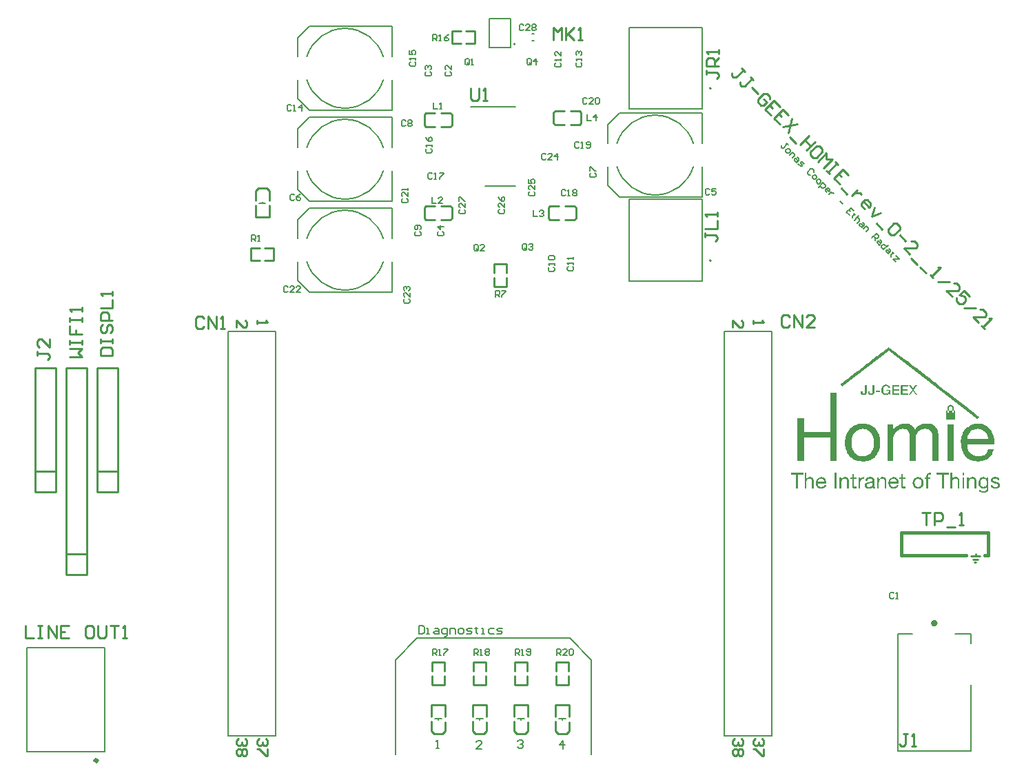
<source format=gto>
G04*
G04 #@! TF.GenerationSoftware,Altium Limited,Altium Designer,20.2.4 (192)*
G04*
G04 Layer_Color=65535*
%FSLAX25Y25*%
%MOIN*%
G70*
G04*
G04 #@! TF.SameCoordinates,B3AF9CCF-9D14-4356-84A3-7319CC5DFEB4*
G04*
G04*
G04 #@! TF.FilePolarity,Positive*
G04*
G01*
G75*
%ADD10C,0.01575*%
%ADD11C,0.00787*%
%ADD12C,0.00800*%
%ADD13C,0.01500*%
%ADD14C,0.01000*%
%ADD15C,0.00600*%
%ADD16C,0.00799*%
%ADD17C,0.00500*%
%ADD18C,0.00700*%
G36*
X432240Y181795D02*
X432370Y181730D01*
X432630D01*
X432825Y181600D01*
X433020Y181470D01*
X433085D01*
X433215Y181340D01*
X433410Y181210D01*
X433540Y180950D01*
X433605Y180820D01*
X433670Y180625D01*
Y180300D01*
X432890D01*
Y180365D01*
Y180430D01*
X432760Y180690D01*
Y180755D01*
Y180820D01*
X432630Y180885D01*
X432500Y180950D01*
X432435Y181015D01*
X432305Y181080D01*
X432240D01*
X432110Y181210D01*
X431460D01*
X431200Y181145D01*
X431070Y181080D01*
X431005D01*
X430940Y181015D01*
X430550Y180690D01*
Y180625D01*
X430485Y180560D01*
X430420Y180430D01*
Y180365D01*
Y180300D01*
X430355Y180235D01*
X430290Y180040D01*
Y179390D01*
Y178740D01*
Y178675D01*
X430355Y178610D01*
X430420Y178480D01*
Y178415D01*
Y178350D01*
X430485Y178285D01*
X430550Y178090D01*
X430615Y178025D01*
X430745Y177960D01*
X431070Y177700D01*
X431200Y177635D01*
X431395Y177570D01*
X431915D01*
X432110Y177635D01*
X432240Y177700D01*
X432370Y177765D01*
X432435Y177830D01*
X432630Y177960D01*
X432695D01*
X432760Y178025D01*
X432825Y178155D01*
X432890Y178350D01*
X432955Y178480D01*
X433020Y178610D01*
Y178870D01*
X431720D01*
Y179520D01*
X433800D01*
Y177050D01*
X433280D01*
X433150Y177570D01*
X433085Y177505D01*
X433020Y177440D01*
X432890Y177310D01*
X432760Y177245D01*
X432695Y177180D01*
X432500Y177050D01*
X432435D01*
X432305Y176985D01*
X432045Y176920D01*
X431330D01*
X431005Y176985D01*
X430680Y177050D01*
X430615D01*
X430485Y177180D01*
X430290Y177310D01*
X430030Y177570D01*
X429965Y177635D01*
X429900Y177830D01*
X429705Y178090D01*
X429510Y178480D01*
Y178545D01*
Y178610D01*
X429445Y178935D01*
Y179000D01*
Y179065D01*
X429380Y179390D01*
Y179455D01*
Y179520D01*
X429445Y179845D01*
Y179910D01*
X429510Y179975D01*
Y180300D01*
X429575Y180430D01*
X429705Y180690D01*
X429835Y180950D01*
X430030Y181210D01*
X430095Y181275D01*
X430290Y181405D01*
X430485Y181600D01*
X430680Y181730D01*
X430745D01*
X430940Y181795D01*
X431265Y181860D01*
X431980D01*
X432240Y181795D01*
D02*
G37*
G36*
X445240Y179520D02*
X446930Y177050D01*
X446020D01*
X444720Y178870D01*
X443550Y177050D01*
X442640D01*
X444330Y179520D01*
X442770Y181730D01*
X443680D01*
X444850Y180040D01*
X445890Y181730D01*
X446930D01*
X445240Y179520D01*
D02*
G37*
G36*
X428730Y178480D02*
X426780D01*
Y179130D01*
X428730D01*
Y178480D01*
D02*
G37*
G36*
X426000D02*
Y177960D01*
X425935Y177895D01*
X425870Y177700D01*
X425805Y177505D01*
X425740Y177440D01*
X425610Y177375D01*
X425480Y177245D01*
X425220Y177050D01*
X425090Y176985D01*
X424830Y176920D01*
X424180D01*
X423920Y176985D01*
X423790Y177050D01*
X423725D01*
X423660Y177115D01*
X423465Y177180D01*
X423270Y177310D01*
Y177375D01*
X423140Y177505D01*
X423010Y177830D01*
Y178480D01*
Y178610D01*
X423790D01*
Y178480D01*
Y178415D01*
Y178350D01*
X423855Y178090D01*
X423920Y178025D01*
Y177830D01*
X423985Y177765D01*
X424115Y177700D01*
X424245Y177635D01*
X424440Y177570D01*
X424830D01*
X425090Y177830D01*
Y178090D01*
Y178155D01*
X425155Y178285D01*
X425220Y178350D01*
Y178480D01*
Y181730D01*
X426000D01*
Y178480D01*
D02*
G37*
G36*
X422360D02*
Y177960D01*
Y177895D01*
Y177830D01*
X422230Y177635D01*
X422100Y177440D01*
Y177375D01*
X422035Y177310D01*
X421970Y177245D01*
X421905Y177180D01*
X421840D01*
X421710Y177050D01*
X421645D01*
X421515Y176985D01*
X421190Y176920D01*
X420605D01*
X420150Y177050D01*
X420085Y177115D01*
X419955Y177180D01*
X419760Y177310D01*
X419695Y177375D01*
X419630Y177505D01*
X419565Y177635D01*
X419500Y177830D01*
X419435Y177960D01*
X419370Y178155D01*
Y178480D01*
Y178610D01*
X420280D01*
Y178480D01*
Y178415D01*
Y178220D01*
X420345Y177960D01*
X420410Y177830D01*
Y177765D01*
X420475Y177700D01*
X420605Y177635D01*
X420930Y177570D01*
X421190D01*
X421450Y177830D01*
X421515Y177895D01*
X421580Y178090D01*
Y178480D01*
Y181730D01*
X422360D01*
Y178480D01*
D02*
G37*
G36*
X442380Y181080D02*
X439780D01*
Y179780D01*
X442120D01*
Y179130D01*
X439780D01*
Y177700D01*
X442380D01*
Y177050D01*
X438870D01*
Y181730D01*
X442380D01*
Y181080D01*
D02*
G37*
G36*
X438090D02*
X435490D01*
Y179780D01*
X437960D01*
Y179130D01*
X435490D01*
Y177700D01*
X438220D01*
Y177050D01*
X434710D01*
Y181730D01*
X438090D01*
Y181080D01*
D02*
G37*
G36*
X433215Y199800D02*
X433475Y199670D01*
X433865Y199410D01*
X434385Y199020D01*
X435165Y198435D01*
X435620Y198110D01*
X436140Y197720D01*
X436205D01*
X436270Y197590D01*
X436465Y197525D01*
X436660Y197330D01*
X437310Y196810D01*
X438220Y196160D01*
X439260Y195380D01*
X440560Y194405D01*
X441990Y193300D01*
X443615Y192065D01*
X443680Y192000D01*
X443810Y191935D01*
X444070Y191740D01*
X444395Y191480D01*
X444850Y191155D01*
X445305Y190765D01*
X445890Y190310D01*
X446540Y189855D01*
X447970Y188685D01*
X449660Y187450D01*
X451480Y186020D01*
X453430Y184525D01*
X453495Y184460D01*
X453690Y184330D01*
X453950Y184135D01*
X454340Y183810D01*
X454795Y183485D01*
X455380Y183030D01*
X456030Y182575D01*
X456680Y181990D01*
X458240Y180820D01*
X459930Y179455D01*
X461750Y178090D01*
X463570Y176660D01*
X463635Y176595D01*
X463765Y176465D01*
X464025Y176270D01*
X464350Y176010D01*
X464805Y175685D01*
X465260Y175295D01*
X466430Y174450D01*
X467730Y173410D01*
X469160Y172305D01*
X470590Y171200D01*
X472020Y170095D01*
X472085D01*
X472150Y169965D01*
X472345Y169835D01*
X472605Y169640D01*
X473255Y169185D01*
X473970Y168600D01*
X474750Y167950D01*
X475530Y167365D01*
X476180Y166845D01*
X476700Y166390D01*
X475790Y165220D01*
X433150Y198240D01*
X433020D01*
X410530Y180950D01*
X409620Y182120D01*
X409685D01*
X409750Y182250D01*
X409945Y182380D01*
X410205Y182575D01*
X410530Y182835D01*
X410985Y183160D01*
X411570Y183615D01*
X412220Y184135D01*
X412285Y184200D01*
X412545Y184395D01*
X413000Y184720D01*
X413520Y185110D01*
X414170Y185630D01*
X414950Y186215D01*
X415795Y186865D01*
X416705Y187580D01*
X416835Y187645D01*
X417160Y187905D01*
X417680Y188295D01*
X418330Y188815D01*
X419110Y189465D01*
X420020Y190180D01*
X420995Y190960D01*
X422035Y191740D01*
X422100D01*
X422165Y191870D01*
X422490Y192130D01*
X423075Y192520D01*
X423725Y193105D01*
X424505Y193690D01*
X425415Y194405D01*
X427235Y195770D01*
X427365Y195835D01*
X427625Y196095D01*
X428080Y196420D01*
X428665Y196810D01*
X429250Y197330D01*
X429965Y197785D01*
X430615Y198305D01*
X431265Y198760D01*
X431330Y198825D01*
X431525Y198955D01*
X431785Y199150D01*
X432110Y199345D01*
X432435Y199540D01*
X432695Y199735D01*
X432890Y199865D01*
X433020Y199930D01*
X433085D01*
X433215Y199800D01*
D02*
G37*
G36*
X463440Y172175D02*
X463700Y172045D01*
X463960Y171850D01*
X464220Y171590D01*
X464415Y171200D01*
X464480Y170680D01*
Y169380D01*
X465130D01*
X465130Y165090D01*
X460840D01*
X460840Y169380D01*
X461360D01*
Y170680D01*
Y170745D01*
Y170940D01*
X461425Y171200D01*
X461555Y171460D01*
X461750Y171720D01*
X462010Y171980D01*
X462400Y172175D01*
X462920Y172240D01*
X463180D01*
X463440Y172175D01*
D02*
G37*
G36*
X452325Y163075D02*
X452455D01*
X452715Y163010D01*
X453105Y162945D01*
X453560Y162880D01*
X453625D01*
X453755Y162815D01*
X454015Y162685D01*
X454275Y162555D01*
X454860Y162295D01*
X455185Y162100D01*
X455380Y161970D01*
X455445Y161905D01*
X455510Y161840D01*
X455835Y161450D01*
X456225Y160930D01*
X456550Y160280D01*
Y160215D01*
X456615Y160150D01*
X456680Y159955D01*
X456745Y159695D01*
X456875Y158980D01*
X456940Y158070D01*
Y145070D01*
X454080D01*
Y156640D01*
Y156705D01*
Y156835D01*
Y157225D01*
X454015Y157745D01*
X453950Y158200D01*
Y158265D01*
X453885Y158395D01*
X453755Y158785D01*
Y158850D01*
X453690Y158980D01*
X453625Y159175D01*
X453430Y159370D01*
X453365Y159435D01*
X453235Y159630D01*
X452910Y159890D01*
X452390Y160280D01*
X452325D01*
X452260Y160345D01*
X451870Y160410D01*
X451350Y160475D01*
X450700Y160540D01*
X450310D01*
X449920Y160475D01*
X449465Y160410D01*
X448880Y160280D01*
X448360Y160020D01*
X447775Y159760D01*
X447320Y159370D01*
X447255Y159305D01*
X447125Y159110D01*
X446930Y158785D01*
X446670Y158395D01*
X446410Y157875D01*
X446215Y157355D01*
X446085Y156770D01*
X446020Y156120D01*
Y145070D01*
X443160D01*
Y156640D01*
Y156705D01*
Y156835D01*
Y157225D01*
X443095Y157745D01*
X443030Y158200D01*
Y158265D01*
X442965Y158330D01*
X442900Y158655D01*
X442705Y159110D01*
X442510Y159500D01*
X442445Y159565D01*
X442315Y159695D01*
X441990Y159955D01*
X441470Y160280D01*
X441405D01*
X441340Y160345D01*
X441015Y160410D01*
X440495Y160475D01*
X439910Y160540D01*
X439455D01*
X439130Y160475D01*
X438415Y160345D01*
X437700Y160020D01*
X437635Y159955D01*
X437440Y159825D01*
X437180Y159695D01*
X436920Y159435D01*
X436855Y159370D01*
X436725Y159240D01*
X436270Y158850D01*
Y158785D01*
X436205Y158720D01*
X436010Y158395D01*
X435750Y157875D01*
X435490Y157290D01*
X435425Y157225D01*
X435360Y157095D01*
X435295Y156965D01*
X435230Y156705D01*
Y156640D01*
Y156510D01*
Y156120D01*
Y145070D01*
X432370D01*
Y162750D01*
X434970D01*
Y160150D01*
X435100D01*
Y160215D01*
X435165Y160280D01*
X435490Y160605D01*
X435945Y161125D01*
X436530Y161645D01*
X437375Y162165D01*
X438350Y162685D01*
X439520Y163010D01*
X440105Y163140D01*
X441405D01*
X441795Y163075D01*
X442705Y162880D01*
X443680Y162490D01*
X443745Y162425D01*
X443940Y162360D01*
X444135Y162165D01*
X444460Y161905D01*
X444785Y161580D01*
X445110Y161190D01*
X445370Y160670D01*
X445630Y160150D01*
X445695Y160215D01*
X445760Y160410D01*
X445955Y160670D01*
X446215Y160995D01*
X446540Y161320D01*
X446930Y161710D01*
X447450Y162035D01*
X447970Y162360D01*
X448035Y162425D01*
X448230Y162490D01*
X448490Y162620D01*
X448880Y162750D01*
X449335Y162880D01*
X449920Y163010D01*
X450505Y163140D01*
X451870D01*
X452325Y163075D01*
D02*
G37*
G36*
X407930Y145070D02*
X404680D01*
Y156250D01*
X391940D01*
Y145070D01*
X388690D01*
Y165610D01*
X391940D01*
Y158980D01*
X404680D01*
X404680Y177960D01*
X407930D01*
X407930Y145070D01*
D02*
G37*
G36*
X464350Y145070D02*
X461490D01*
Y162750D01*
X464350D01*
Y145070D01*
D02*
G37*
G36*
X476960Y163075D02*
X477480Y163010D01*
X478130Y162880D01*
X478780Y162685D01*
X479430Y162425D01*
X480080Y162100D01*
X480145Y162035D01*
X480340Y161905D01*
X480600Y161710D01*
X480990Y161450D01*
X481380Y161125D01*
X481770Y160670D01*
X482160Y160215D01*
X482550Y159630D01*
X482615Y159565D01*
X482680Y159435D01*
X482810Y159175D01*
X483005Y158785D01*
X483200Y158330D01*
X483460Y157745D01*
X483655Y157095D01*
X483850Y156380D01*
Y156315D01*
X483915Y156250D01*
X483980Y155860D01*
X484045Y155275D01*
X484110Y154690D01*
Y154625D01*
Y154560D01*
Y154170D01*
Y153650D01*
Y153000D01*
X470980Y153000D01*
Y152870D01*
Y152610D01*
Y152285D01*
Y151895D01*
Y151830D01*
X471045Y151570D01*
X471110Y151245D01*
X471240Y150790D01*
Y150725D01*
X471305Y150595D01*
X471435Y150335D01*
X471565Y150075D01*
X471890Y149490D01*
X472085Y149230D01*
X472280Y148970D01*
X472410Y148840D01*
X472670Y148580D01*
X473190Y148190D01*
X473970Y147800D01*
X474035D01*
X474165Y147735D01*
X474360Y147670D01*
X474620Y147540D01*
X474945Y147475D01*
X475400Y147345D01*
X475920Y147280D01*
X476765D01*
X477090Y147345D01*
X477480Y147410D01*
X478455Y147605D01*
X478975Y147800D01*
X479430Y148060D01*
X479495Y148125D01*
X479625Y148255D01*
X479820Y148450D01*
X480080Y148775D01*
X480340Y149165D01*
X480600Y149620D01*
X480795Y150075D01*
X480990Y150660D01*
X483850D01*
Y150530D01*
X483720Y150205D01*
X483525Y149620D01*
X483265Y148970D01*
X482940Y148255D01*
X482485Y147540D01*
X481900Y146825D01*
X481250Y146240D01*
X481185Y146175D01*
X480925Y146045D01*
X480535Y145785D01*
X479950Y145525D01*
X479235Y145265D01*
X478390Y145005D01*
X477415Y144875D01*
X476310Y144810D01*
X475920D01*
X475530Y144875D01*
X475010D01*
X473775Y145070D01*
X473190Y145265D01*
X472670Y145460D01*
X472605D01*
X472475Y145590D01*
X472215Y145720D01*
X471890Y145915D01*
X471435Y146110D01*
X471045Y146435D01*
X470525Y146825D01*
X470070Y147280D01*
X470005Y147345D01*
X469875Y147540D01*
X469745Y147800D01*
X469485Y148190D01*
X469225Y148645D01*
X468965Y149165D01*
X468510Y150270D01*
Y150335D01*
X468445Y150400D01*
X468380Y150855D01*
X468250Y151375D01*
X468120Y152025D01*
Y152090D01*
Y152155D01*
X468055Y152610D01*
X467990Y153195D01*
X467860Y153910D01*
Y153975D01*
Y154235D01*
X467925Y154560D01*
Y155080D01*
X467990Y155600D01*
X468120Y156250D01*
X468510Y157680D01*
Y157745D01*
X468640Y157940D01*
X468770Y158265D01*
X468900Y158655D01*
X469420Y159565D01*
X470200Y160540D01*
X470265Y160605D01*
X470395Y160735D01*
X470590Y160930D01*
X470915Y161190D01*
X471305Y161450D01*
X471760Y161775D01*
X472800Y162490D01*
X472865D01*
X473125Y162620D01*
X473450Y162685D01*
X473840Y162815D01*
X474360Y162945D01*
X474945Y163010D01*
X476180Y163140D01*
X476570D01*
X476960Y163075D01*
D02*
G37*
G36*
X421125Y163075D02*
X421645D01*
X422230Y162945D01*
X422815Y162815D01*
X423465Y162620D01*
X424050Y162360D01*
X424115D01*
X424310Y162230D01*
X424635Y162100D01*
X424960Y161905D01*
X425415Y161645D01*
X425870Y161320D01*
X426325Y160930D01*
X426780Y160410D01*
X426845Y160345D01*
X426910Y160215D01*
X427105Y159955D01*
X427300Y159695D01*
X427560Y159240D01*
X427820Y158785D01*
X428080Y158200D01*
X428340Y157550D01*
Y157485D01*
X428405Y157290D01*
X428535Y156965D01*
X428600Y156510D01*
X428730Y155990D01*
X428795Y155340D01*
X428860Y154690D01*
Y153910D01*
Y153845D01*
Y153585D01*
Y153195D01*
X428795Y152675D01*
X428730Y152090D01*
X428665Y151505D01*
X428340Y150270D01*
Y150205D01*
X428210Y149945D01*
X428080Y149620D01*
X427885Y149230D01*
X427430Y148320D01*
X427105Y147865D01*
X426780Y147410D01*
X426715Y147345D01*
X426585Y147215D01*
X426325Y146955D01*
X426000Y146695D01*
X425610Y146370D01*
X425155Y146045D01*
X424050Y145460D01*
X423985D01*
X423790Y145330D01*
X423530Y145265D01*
X423140Y145135D01*
X422620Y145005D01*
X421970Y144940D01*
X421255Y144810D01*
X420020D01*
X419565Y144875D01*
X419045D01*
X418460Y144940D01*
X417810Y145070D01*
X417225Y145265D01*
X416640Y145460D01*
X416575Y145525D01*
X416380Y145590D01*
X416055Y145720D01*
X415665Y145980D01*
X414820Y146565D01*
X414430Y146955D01*
X414040Y147410D01*
X413975Y147475D01*
X413845Y147605D01*
X413650Y147865D01*
X413455Y148190D01*
X413195Y148580D01*
X412870Y149035D01*
X412610Y149620D01*
X412350Y150270D01*
Y150335D01*
X412285Y150530D01*
X412220Y150855D01*
X412090Y151310D01*
X412025Y151830D01*
X411895Y152480D01*
X411830Y153130D01*
Y153910D01*
Y153975D01*
Y154235D01*
Y154625D01*
X411895Y155145D01*
X411960Y155730D01*
X412025Y156315D01*
X412350Y157550D01*
Y157615D01*
X412480Y157875D01*
X412610Y158200D01*
X412805Y158590D01*
X413325Y159500D01*
X413650Y160020D01*
X414040Y160410D01*
X414105Y160475D01*
X414235Y160605D01*
X414430Y160865D01*
X414690Y161125D01*
X415080Y161450D01*
X415535Y161775D01*
X416055Y162100D01*
X416640Y162360D01*
X416705Y162425D01*
X416965Y162490D01*
X417290Y162620D01*
X417810Y162750D01*
X418330Y162880D01*
X418980Y163010D01*
X419695Y163140D01*
X420735D01*
X421125Y163075D01*
D02*
G37*
G36*
X469550Y138050D02*
X468640D01*
Y139220D01*
X469550D01*
Y138050D01*
D02*
G37*
G36*
X474100Y137205D02*
X474360Y137140D01*
X474425D01*
X474490Y137075D01*
X474620Y137010D01*
X474685Y136945D01*
X474750Y136880D01*
X474880Y136815D01*
X475010Y136750D01*
Y136685D01*
X475075Y136620D01*
X475140Y136490D01*
Y136425D01*
Y136360D01*
X475205Y136295D01*
X475270Y136100D01*
Y136035D01*
Y135970D01*
X475335Y135710D01*
X475400Y135645D01*
Y135320D01*
Y131810D01*
X474490D01*
Y135450D01*
Y135515D01*
Y135645D01*
X474360Y135905D01*
X474230Y136230D01*
X474165Y136295D01*
X473905Y136360D01*
X473645Y136425D01*
X473320Y136490D01*
X473060D01*
X472800Y136425D01*
X472670Y136360D01*
X472605Y136295D01*
X472475Y136230D01*
X472280Y136100D01*
X472150Y135970D01*
X472085Y135905D01*
X472020Y135840D01*
X471955Y135645D01*
X471890Y135450D01*
X471825Y135320D01*
X471760Y135125D01*
Y134800D01*
Y131810D01*
X470850Y131810D01*
Y137140D01*
X471760Y137140D01*
Y136295D01*
X471890Y136425D01*
X472150Y136750D01*
X472670Y137140D01*
X473060Y137205D01*
X473450Y137270D01*
X473840D01*
X474100Y137205D01*
D02*
G37*
G36*
X430550Y137205D02*
X430810Y137140D01*
X430875Y137075D01*
X431070Y137010D01*
X431330Y136880D01*
X431460Y136750D01*
X431525Y136685D01*
X431590Y136490D01*
X431655Y136230D01*
X431720Y136100D01*
Y136035D01*
Y135970D01*
X431785Y135710D01*
X431850Y135645D01*
Y135320D01*
Y131810D01*
X430940D01*
Y135450D01*
Y135515D01*
Y135645D01*
X430810Y135905D01*
X430680Y136230D01*
X430615Y136295D01*
X430420Y136360D01*
X430160Y136425D01*
X429900Y136490D01*
X429640D01*
X429380Y136425D01*
X429120Y136360D01*
X429055Y136295D01*
X428860Y136230D01*
X428795D01*
X428730Y136100D01*
X428600Y135970D01*
Y135905D01*
X428470Y135775D01*
X428340Y135450D01*
Y135385D01*
X428275Y135190D01*
Y135125D01*
X428210Y134800D01*
Y131810D01*
X427300D01*
Y137140D01*
X428210D01*
Y136295D01*
X428340Y136425D01*
X428600Y136750D01*
X429120Y137140D01*
X429510Y137205D01*
X429900Y137270D01*
X430290D01*
X430550Y137205D01*
D02*
G37*
G36*
X412480Y137205D02*
X412740Y137140D01*
X412805D01*
X412935Y137075D01*
X413260Y136750D01*
X413325Y136685D01*
X413390Y136620D01*
X413455Y136490D01*
X413520Y136425D01*
Y136360D01*
X413585Y136295D01*
X413650Y136100D01*
Y135320D01*
Y131810D01*
X412870D01*
Y135450D01*
Y135515D01*
X412805Y135710D01*
X412740Y135970D01*
X412480Y136230D01*
X412415Y136295D01*
X412285Y136360D01*
X412025Y136425D01*
X411700Y136490D01*
X411440D01*
X411180Y136425D01*
X411050Y136360D01*
X410985Y136295D01*
X410855Y136230D01*
X410660Y136100D01*
X410530Y135970D01*
X410465Y135905D01*
X410400Y135840D01*
X410335Y135645D01*
X410270Y135450D01*
X410205Y135320D01*
X410140Y135125D01*
Y134800D01*
Y131810D01*
X409230D01*
Y137140D01*
X410140D01*
Y136295D01*
X410270Y136425D01*
X410530Y136750D01*
X411050Y137140D01*
X411440Y137205D01*
X411830Y137270D01*
X412220D01*
X412480Y137205D01*
D02*
G37*
G36*
X421060Y136360D02*
X420930D01*
X420605Y136295D01*
X420475D01*
X420150Y136230D01*
X420085Y136165D01*
X419890Y136035D01*
X419825Y135970D01*
X419760Y135905D01*
X419630Y135710D01*
X419565Y135580D01*
X419435Y135385D01*
X419240Y135060D01*
Y134995D01*
Y134930D01*
X419175Y134605D01*
Y134475D01*
X419110Y134150D01*
Y131810D01*
X418330D01*
Y137140D01*
X419110D01*
Y135970D01*
X419175Y136035D01*
X419305Y136295D01*
X419565Y136620D01*
X419890Y137010D01*
X419955D01*
X420020Y137075D01*
X420345Y137140D01*
X420735Y137205D01*
X421060Y137270D01*
Y136360D01*
D02*
G37*
G36*
X485020Y137205D02*
X485280Y137140D01*
X485540D01*
X485735Y137010D01*
X485930Y136880D01*
X485995D01*
X486125Y136750D01*
X486320Y136620D01*
X486450Y136360D01*
X486515Y136230D01*
X486580Y135970D01*
Y135580D01*
X485800D01*
X485735Y135710D01*
X485670Y135970D01*
X485605Y136035D01*
X485540Y136100D01*
X485410Y136165D01*
X485280Y136230D01*
X485215Y136295D01*
X485085Y136360D01*
X485020D01*
X484890Y136490D01*
X484045D01*
X483915Y136425D01*
X483850D01*
X483720Y136360D01*
X483590D01*
X483525Y136230D01*
X483460Y136100D01*
X483395D01*
X483330Y135970D01*
Y135840D01*
Y135775D01*
X483395Y135645D01*
X483460Y135580D01*
Y135450D01*
X483525Y135385D01*
X483655Y135320D01*
X483785Y135255D01*
X483980Y135190D01*
X484110Y135125D01*
X484240Y135060D01*
X484500D01*
X484630Y134995D01*
X484825Y134930D01*
X485150D01*
X485215Y134865D01*
X485410Y134800D01*
X485540D01*
X485800Y134670D01*
X485995D01*
X486125Y134540D01*
X486320Y134410D01*
X486710Y134020D01*
Y133955D01*
X486775Y133825D01*
X486840Y133630D01*
Y133370D01*
Y133240D01*
Y133045D01*
X486775Y132785D01*
X486710Y132590D01*
Y132525D01*
X486645Y132460D01*
X486580Y132330D01*
X486450Y132265D01*
X486385Y132200D01*
X486190Y132070D01*
X485410Y131680D01*
X484305D01*
X483980Y131745D01*
X483720Y131810D01*
X483655D01*
X483525Y131875D01*
X483265Y131940D01*
X483070Y132070D01*
X483005D01*
X482875Y132200D01*
X482680Y132330D01*
X482550Y132590D01*
X482485Y132655D01*
X482420Y132915D01*
X482355Y133175D01*
X482290Y133500D01*
X483200D01*
Y133435D01*
Y133305D01*
X483265Y133110D01*
X483330Y132980D01*
X483395Y132915D01*
X483460Y132785D01*
Y132720D01*
X483590Y132590D01*
X483655D01*
X483850Y132525D01*
X483915D01*
X484110Y132460D01*
X485215D01*
X485410Y132525D01*
X485540Y132590D01*
X485605Y132655D01*
X485670Y132720D01*
X485800Y132850D01*
X485865Y132980D01*
X485930Y133240D01*
Y133305D01*
Y133435D01*
X485800Y133565D01*
X485670Y133760D01*
X485605Y133825D01*
X485475Y133890D01*
X485280Y133955D01*
X485020Y134020D01*
X484955D01*
X484890Y134085D01*
X484565Y134150D01*
X484435D01*
X484110Y134280D01*
X484045D01*
X483915Y134345D01*
X483655Y134410D01*
X483330Y134540D01*
X483265D01*
X483135Y134605D01*
X482940Y134735D01*
X482680Y134930D01*
X482615Y134995D01*
X482550Y135255D01*
X482485Y135450D01*
X482420Y135710D01*
Y135775D01*
Y136035D01*
X482485Y136230D01*
X482550Y136490D01*
X482615Y136555D01*
X482745Y136620D01*
X483070Y136880D01*
X483135Y136945D01*
X483265Y137010D01*
X483460Y137075D01*
X483720Y137140D01*
X483785D01*
X483915Y137205D01*
X484110Y137270D01*
X484760D01*
X485020Y137205D01*
D02*
G37*
G36*
X469550Y131810D02*
X468640D01*
Y137140D01*
X469550D01*
Y131810D01*
D02*
G37*
G36*
X463700Y136360D02*
X463765Y136425D01*
X463830Y136555D01*
Y136620D01*
X463960Y136750D01*
X464025Y136815D01*
X464155Y136880D01*
X464285Y136945D01*
X464480Y137010D01*
X464545Y137075D01*
X464675Y137140D01*
X464740D01*
X464870Y137270D01*
X465780D01*
X466040Y137205D01*
X466300Y137140D01*
X466365D01*
X466495Y137075D01*
X466820Y136750D01*
Y136685D01*
X466885Y136620D01*
X466950Y136490D01*
X467015Y136425D01*
X467080Y136360D01*
X467145Y136295D01*
X467210Y136100D01*
Y135320D01*
Y131810D01*
X466430D01*
Y135450D01*
Y135515D01*
X466365Y135710D01*
X466300Y135970D01*
X466040Y136230D01*
X465975Y136295D01*
X465845Y136360D01*
X465585Y136425D01*
X465260Y136490D01*
X465000D01*
X464740Y136425D01*
X464610Y136360D01*
X464545Y136295D01*
X464415Y136230D01*
X464220Y136100D01*
X464090Y135970D01*
X464025Y135905D01*
X463960Y135840D01*
X463895Y135645D01*
X463830Y135450D01*
X463765Y135320D01*
X463700Y135125D01*
Y134800D01*
Y131810D01*
X462790D01*
Y139220D01*
X463700D01*
Y136360D01*
D02*
G37*
G36*
X462140Y138310D02*
X459670D01*
Y131810D01*
X458630D01*
Y138310D01*
X456160D01*
Y139220D01*
X462140D01*
Y138310D01*
D02*
G37*
G36*
X453300Y138440D02*
X452585D01*
X452390Y138375D01*
X452260Y138310D01*
X452195Y138245D01*
X452130Y138180D01*
Y137920D01*
Y137140D01*
X453170D01*
Y136360D01*
X452130D01*
Y131810D01*
X451220D01*
Y136360D01*
X450310D01*
Y137140D01*
X451220D01*
Y137920D01*
Y138050D01*
X451285Y138310D01*
X451415Y138635D01*
X451610Y138960D01*
X451675Y139025D01*
X451870Y139090D01*
X452195Y139155D01*
X452780Y139220D01*
X453300D01*
Y138440D01*
D02*
G37*
G36*
X439910Y137140D02*
X441080D01*
Y136360D01*
X439910D01*
Y132980D01*
Y132915D01*
X440040Y132720D01*
Y132590D01*
X441080D01*
Y131810D01*
X439715D01*
X439585Y131875D01*
X439520Y131940D01*
X439390D01*
X439325Y132005D01*
X439260Y132070D01*
X439195Y132200D01*
X439130Y132330D01*
Y132980D01*
Y136360D01*
X438220D01*
Y137140D01*
X439130D01*
Y138700D01*
X439910D01*
Y137140D01*
D02*
G37*
G36*
X416250D02*
X417290D01*
Y136360D01*
X416250D01*
Y132980D01*
Y132720D01*
X416315D01*
X416380Y132590D01*
X417290D01*
Y131810D01*
X415860D01*
X415795Y131875D01*
X415730Y131940D01*
X415665Y132005D01*
X415600Y132070D01*
X415535Y132200D01*
X415470Y132330D01*
Y132395D01*
X415405Y132590D01*
Y132720D01*
X415340Y132980D01*
Y136360D01*
X414430D01*
Y137140D01*
X415340D01*
Y138700D01*
X416250D01*
Y137140D01*
D02*
G37*
G36*
X407800Y131810D02*
X406760D01*
Y139220D01*
X407800D01*
Y131810D01*
D02*
G37*
G36*
X393240Y136360D02*
X393305Y136490D01*
X393370Y136555D01*
X393500Y136750D01*
X393565Y136815D01*
X393630Y136880D01*
X393760Y136945D01*
X393890Y137010D01*
X393955Y137075D01*
X394150Y137140D01*
X394215D01*
X394410Y137270D01*
X395320D01*
X395580Y137205D01*
X395840Y137140D01*
X395905Y137075D01*
X396100Y136945D01*
X396165Y136880D01*
X396360Y136750D01*
X396425Y136685D01*
X396490Y136490D01*
X396555Y136230D01*
X396620Y136100D01*
Y136035D01*
X396685Y135905D01*
X396750Y135645D01*
Y135320D01*
Y131810D01*
X395840D01*
Y135450D01*
Y135515D01*
Y135775D01*
X395710Y135970D01*
X395580Y136230D01*
X395515Y136295D01*
X395385Y136360D01*
X395125Y136425D01*
X394800Y136490D01*
X394540D01*
X394280Y136425D01*
X394020Y136360D01*
X393955Y136295D01*
X393825Y136230D01*
X393760D01*
X393695Y136100D01*
X393630Y135970D01*
X393565Y135905D01*
X393500Y135840D01*
X393240Y135450D01*
Y134800D01*
Y131810D01*
X392330D01*
Y139220D01*
X393240D01*
Y136360D01*
D02*
G37*
G36*
X391680Y138310D02*
X389210D01*
Y131810D01*
X388170D01*
Y138310D01*
X385700D01*
Y139220D01*
X391680D01*
Y138310D01*
D02*
G37*
G36*
X447840Y137140D02*
X448360Y137010D01*
X448425Y136945D01*
X448685Y136880D01*
X448880Y136685D01*
X449140Y136490D01*
X449205Y136425D01*
X449270Y136360D01*
X449400Y136165D01*
X449465Y136035D01*
X449530Y135905D01*
X449660Y135580D01*
Y135515D01*
X449725Y135320D01*
X449790Y134930D01*
Y134410D01*
Y134280D01*
Y134020D01*
X449725Y133630D01*
X449660Y133370D01*
Y133240D01*
X449530Y133045D01*
X449400Y132720D01*
X449140Y132460D01*
X449075Y132395D01*
X449010Y132330D01*
X448880Y132200D01*
X448750Y132135D01*
X448685Y132070D01*
X448555Y132005D01*
X448360Y131810D01*
X448295D01*
X448100Y131745D01*
X447710Y131680D01*
X446800D01*
X446410Y131745D01*
X446150Y131810D01*
X446085Y131875D01*
X446020Y131940D01*
X445825Y132070D01*
X445695Y132135D01*
X445565Y132200D01*
X445435Y132330D01*
X445240Y132460D01*
Y132525D01*
X445175Y132590D01*
X444980Y132915D01*
Y132980D01*
X444915Y133045D01*
X444720Y133370D01*
Y133435D01*
Y133565D01*
X444655Y133890D01*
Y133955D01*
Y134085D01*
X444590Y134410D01*
Y134475D01*
Y134605D01*
X444655Y134995D01*
Y135060D01*
X444720Y135190D01*
Y135580D01*
Y135645D01*
X444785Y135710D01*
X444980Y136035D01*
Y136100D01*
X445045Y136165D01*
X445240Y136490D01*
X445305Y136555D01*
X445500Y136685D01*
X445760Y136815D01*
X446150Y137010D01*
X446215Y137075D01*
X446475Y137140D01*
X446800Y137205D01*
X447190Y137270D01*
X447515D01*
X447840Y137140D01*
D02*
G37*
G36*
X436140D02*
X436530Y137010D01*
X436660Y136945D01*
X436855Y136750D01*
X437115Y136490D01*
X437310Y136230D01*
X437375Y136165D01*
X437505Y135970D01*
X437635Y135645D01*
X437700Y135190D01*
Y135125D01*
X437765Y134930D01*
X437830Y134605D01*
Y134150D01*
X433800D01*
Y134085D01*
Y133955D01*
X433930Y133500D01*
Y133435D01*
X433995Y133370D01*
X434060Y133175D01*
X434190Y132980D01*
X434255Y132915D01*
X434385Y132850D01*
X434710Y132590D01*
X434775D01*
X434905Y132525D01*
X435165Y132460D01*
X435620D01*
X435880Y132525D01*
X436140Y132590D01*
X436400Y132720D01*
X436465Y132785D01*
X436595Y132850D01*
X436725Y133110D01*
X436920Y133500D01*
X437700D01*
Y133435D01*
Y133370D01*
X437570Y133045D01*
X437310Y132590D01*
X436920Y132070D01*
X436855Y132005D01*
X436530Y131875D01*
X436075Y131745D01*
X435490Y131680D01*
X435035D01*
X434645Y131745D01*
X434320Y131810D01*
X434190Y131875D01*
X433995Y132005D01*
X433735Y132200D01*
X433540Y132460D01*
X433475Y132525D01*
X433410Y132655D01*
X433215Y132980D01*
X433020Y133370D01*
Y133435D01*
X432955Y133630D01*
X432890Y133955D01*
Y134540D01*
Y134605D01*
Y134670D01*
Y134995D01*
X432955Y135320D01*
X433020Y135580D01*
X433085Y135645D01*
X433215Y135905D01*
X433345Y136165D01*
X433540Y136490D01*
X433605Y136555D01*
X433735Y136685D01*
X433995Y136815D01*
X434320Y137010D01*
X434385D01*
X434450Y137075D01*
X434775Y137140D01*
X435100Y137205D01*
X435360Y137270D01*
X435750D01*
X436140Y137140D01*
D02*
G37*
G36*
X424830Y137205D02*
X424960Y137140D01*
X425090D01*
X425220Y137075D01*
X425350Y137010D01*
X425415Y136945D01*
X425610Y136815D01*
X425675Y136750D01*
X425870Y136620D01*
Y136555D01*
Y136490D01*
X425935Y136230D01*
X426000Y136165D01*
Y135840D01*
Y132980D01*
Y132590D01*
X426065Y132525D01*
X426130Y132460D01*
X426520D01*
Y131810D01*
X426390Y131745D01*
X426195Y131680D01*
X425675D01*
X425480Y131745D01*
X425350Y131810D01*
X425285Y131940D01*
X425220Y132135D01*
Y132460D01*
X425155Y132395D01*
X424960Y132265D01*
X424700Y132005D01*
X424310Y131810D01*
X424245D01*
X424115Y131745D01*
X423790Y131680D01*
X422620D01*
X422555Y131745D01*
X422360Y131810D01*
X422100Y131875D01*
X421970Y131940D01*
X421905Y132005D01*
X421775Y132200D01*
X421710Y132265D01*
X421580Y132460D01*
Y132525D01*
X421515Y132720D01*
Y132850D01*
X421450Y133110D01*
Y133175D01*
Y133240D01*
X421515Y133565D01*
Y133630D01*
X421580Y133695D01*
Y133890D01*
Y133955D01*
X421710Y134085D01*
X421840Y134280D01*
X422100Y134410D01*
X422165Y134475D01*
X422295Y134540D01*
X422620Y134670D01*
X422750D01*
X423010Y134735D01*
X423075Y134800D01*
X423400D01*
X423660Y134865D01*
X423790Y134930D01*
X424245D01*
X424440Y134995D01*
X424570Y135060D01*
X424635D01*
X424765Y135125D01*
X424830Y135190D01*
X424960D01*
X425025Y135320D01*
X425090Y135580D01*
Y135645D01*
Y135775D01*
X425025Y135970D01*
X424960Y136100D01*
Y136165D01*
X424830Y136230D01*
X424700Y136360D01*
X424635D01*
X424505Y136425D01*
X424440Y136490D01*
X423660D01*
X423400Y136360D01*
X423010Y136230D01*
X422945Y136165D01*
X422815Y136035D01*
X422685Y135775D01*
X422620Y135450D01*
X421710D01*
Y135515D01*
Y135580D01*
X421775Y135905D01*
Y135970D01*
X421840Y136035D01*
Y136360D01*
X422360Y136880D01*
X422425Y136945D01*
X422685Y137010D01*
X422880Y137075D01*
X423140Y137140D01*
X423205D01*
X423335Y137205D01*
X423595Y137270D01*
X424765D01*
X424830Y137205D01*
D02*
G37*
G36*
X401040Y137140D02*
X401560Y137010D01*
X402340Y136230D01*
Y136165D01*
X402470Y136035D01*
X402535Y135710D01*
X402730Y135190D01*
Y134150D01*
X398700D01*
Y134085D01*
Y133955D01*
X398830Y133500D01*
Y133435D01*
X398895Y133370D01*
X398960Y133175D01*
X399090Y132980D01*
X399155Y132915D01*
X399350Y132785D01*
X399415Y132720D01*
X399610Y132590D01*
X399675D01*
X399805Y132525D01*
X400065Y132460D01*
X400520D01*
X400780Y132525D01*
X401040Y132590D01*
X401300Y132720D01*
X401365Y132785D01*
X401495Y132850D01*
X401625Y133110D01*
X401820Y133500D01*
X402730D01*
Y133435D01*
Y133370D01*
X402600Y133045D01*
X402340Y132590D01*
X401950Y132070D01*
X401885D01*
X401820Y132005D01*
X401495Y131875D01*
X400975Y131745D01*
X400390Y131680D01*
X399935D01*
X399545Y131745D01*
X399220Y131810D01*
X399155D01*
X399025Y131940D01*
X398765Y132135D01*
X398440Y132460D01*
Y132525D01*
X398375Y132590D01*
X398180Y132915D01*
Y132980D01*
X398115Y133045D01*
X397920Y133370D01*
Y133435D01*
Y133565D01*
X397855Y133890D01*
Y133955D01*
Y134085D01*
X397790Y134280D01*
Y134540D01*
Y134605D01*
X397855Y134865D01*
X397920Y135190D01*
X398050Y135580D01*
Y135645D01*
X398115Y135840D01*
X398245Y136100D01*
X398570Y136490D01*
X398635Y136555D01*
X398700Y136685D01*
X398960Y136815D01*
X399350Y137010D01*
X399415Y137075D01*
X399675Y137140D01*
X400000Y137205D01*
X400390Y137270D01*
X400715D01*
X401040Y137140D01*
D02*
G37*
G36*
X479430Y137140D02*
X479820Y137010D01*
X479885Y136945D01*
X480080Y136815D01*
X480275Y136620D01*
X480470Y136360D01*
Y137140D01*
X481250D01*
Y132200D01*
Y132135D01*
Y131940D01*
Y131745D01*
X481185Y131420D01*
X481055Y130770D01*
X480925Y130510D01*
X480730Y130250D01*
X480600Y130120D01*
X480275Y129925D01*
X479625Y129730D01*
X478780Y129600D01*
X478520D01*
X478260Y129665D01*
X478000Y129730D01*
X477870Y129795D01*
X477675Y129860D01*
X477350Y129990D01*
X477285D01*
X477220Y130120D01*
X476830Y130380D01*
X476765Y130445D01*
X476700Y130705D01*
X476635Y130900D01*
X476570Y131160D01*
X477480D01*
Y131095D01*
Y131030D01*
X477610Y130770D01*
X477675Y130705D01*
X477740Y130640D01*
X477870Y130575D01*
X478000Y130510D01*
X478130Y130445D01*
X478390Y130380D01*
X478455D01*
X478650Y130315D01*
X478715D01*
X478910Y130250D01*
X478975D01*
X479170Y130315D01*
X479365Y130380D01*
X479560Y130510D01*
X479625D01*
X479755Y130575D01*
X479950Y130705D01*
X480080Y130900D01*
X480145Y130965D01*
X480210Y131095D01*
X480275Y131290D01*
X480340Y131550D01*
Y131615D01*
X480405Y131745D01*
X480470Y132005D01*
Y132330D01*
Y132655D01*
X480340Y132460D01*
X480145Y132200D01*
X479820Y131940D01*
X479690Y131875D01*
X479430Y131810D01*
X479040Y131745D01*
X478780Y131680D01*
X478715D01*
X478455Y131745D01*
X478130Y131810D01*
X477740Y131940D01*
X477675D01*
X477545Y132070D01*
X477285Y132265D01*
X476960Y132590D01*
X476895Y132655D01*
X476765Y132915D01*
Y132980D01*
X476700Y133045D01*
X476570Y133370D01*
Y133435D01*
X476505Y133630D01*
X476440Y133955D01*
Y134410D01*
Y134540D01*
Y134800D01*
X476505Y135125D01*
X476570Y135450D01*
Y135515D01*
X476635Y135775D01*
X476765Y136035D01*
X476960Y136360D01*
X477025Y136425D01*
X477155Y136620D01*
X477415Y136880D01*
X477740Y137010D01*
X477805Y137075D01*
X478065Y137140D01*
X478455Y137205D01*
X478910Y137270D01*
X479170D01*
X479430Y137140D01*
D02*
G37*
%LPC*%
G36*
X464480Y169380D02*
X463700D01*
X463700Y168210D01*
X464480D01*
X464480Y169380D01*
D02*
G37*
G36*
X463180Y171460D02*
X462790D01*
X462530Y171395D01*
X462270Y171135D01*
X462205Y170940D01*
X462140Y170680D01*
Y169380D01*
X461360D01*
X461360Y168210D01*
X462140D01*
X462140Y169380D01*
X463700D01*
Y170680D01*
Y170745D01*
Y170810D01*
X463635Y171070D01*
X463375Y171330D01*
X463180Y171460D01*
D02*
G37*
G36*
X476050Y160540D02*
X475660D01*
X475400Y160475D01*
X474750Y160410D01*
X473970Y160150D01*
X473905D01*
X473840Y160085D01*
X473450Y159890D01*
X472930Y159565D01*
X472410Y159110D01*
Y159045D01*
X472280Y158915D01*
X472020Y158525D01*
X471630Y158005D01*
X471370Y157550D01*
Y157485D01*
X471305Y157420D01*
X471240Y157225D01*
X471175Y156965D01*
X471045Y156315D01*
X470980Y155600D01*
X481120Y155600D01*
Y155665D01*
X481055Y155795D01*
Y156055D01*
X480990Y156315D01*
X480795Y156965D01*
X480600Y157550D01*
Y157615D01*
X480535Y157680D01*
X480340Y158070D01*
X480015Y158590D01*
X479560Y159110D01*
X479430Y159240D01*
X479105Y159500D01*
X478650Y159825D01*
X478000Y160150D01*
X477935D01*
X477870Y160215D01*
X477675Y160280D01*
X477415Y160345D01*
X476765Y160475D01*
X476050Y160540D01*
D02*
G37*
G36*
X420410Y160540D02*
X419955D01*
X419695Y160475D01*
X418980Y160410D01*
X418200Y160150D01*
X418135D01*
X418070Y160085D01*
X417680Y159825D01*
X417095Y159370D01*
X416510Y158850D01*
Y158785D01*
X416380Y158655D01*
X416250Y158460D01*
X416055Y158200D01*
X415665Y157550D01*
X415340Y156770D01*
Y156705D01*
X415275Y156575D01*
X415210Y156250D01*
X415145Y155925D01*
X415080Y155535D01*
X415015Y155015D01*
X414950Y153910D01*
Y153845D01*
Y153650D01*
Y153325D01*
X415015Y152935D01*
X415145Y152025D01*
X415340Y151050D01*
Y150985D01*
X415405Y150855D01*
X415535Y150595D01*
X415665Y150335D01*
X416055Y149620D01*
X416510Y148970D01*
X416575D01*
X416640Y148840D01*
X417030Y148580D01*
X417550Y148125D01*
X418200Y147670D01*
X418265D01*
X418395Y147605D01*
X418590Y147540D01*
X418850Y147475D01*
X419565Y147345D01*
X420410Y147280D01*
X420800D01*
X421125Y147345D01*
X421775Y147475D01*
X422490Y147670D01*
X422555Y147735D01*
X422815Y147865D01*
X423140Y148060D01*
X423465Y148255D01*
X423530Y148320D01*
X423725Y148450D01*
X423985Y148710D01*
X424310Y148970D01*
X424375Y149035D01*
X424505Y149230D01*
X424700Y149490D01*
X424895Y149880D01*
X424960Y149945D01*
X425090Y150205D01*
X425285Y150595D01*
X425480Y151050D01*
Y151115D01*
X425545Y151245D01*
X425610Y151505D01*
X425675Y151830D01*
X425740Y152285D01*
X425805Y152740D01*
X425870Y153910D01*
Y153975D01*
Y154170D01*
Y154495D01*
X425805Y154885D01*
X425740Y155795D01*
X425480Y156770D01*
X425415Y156900D01*
X425285Y157160D01*
X425155Y157485D01*
X424895Y157875D01*
X424830Y157940D01*
X424700Y158200D01*
X424505Y158460D01*
X424310Y158850D01*
X424245Y158915D01*
X424050Y159110D01*
X423790Y159305D01*
X423465Y159565D01*
X423400Y159630D01*
X423205Y159760D01*
X422880Y159955D01*
X422490Y160150D01*
X422425D01*
X422360Y160215D01*
X422165Y160280D01*
X421905Y160345D01*
X421255Y160475D01*
X420410Y160540D01*
D02*
G37*
G36*
X447515Y136490D02*
X446995D01*
X446540Y136360D01*
X446475Y136295D01*
X446280Y136165D01*
X446215Y136100D01*
X446020Y135970D01*
X445955Y135840D01*
X445825Y135645D01*
X445630Y135320D01*
Y135255D01*
Y135190D01*
X445565Y134865D01*
Y134735D01*
X445500Y134410D01*
Y134345D01*
Y134280D01*
X445565Y134020D01*
X445630Y133955D01*
Y133630D01*
X445695Y133565D01*
X445760Y133370D01*
X445890Y133110D01*
X446020Y132980D01*
X446085Y132915D01*
X446215Y132785D01*
X446345Y132655D01*
X446540Y132590D01*
X446605D01*
X446735Y132525D01*
X446930Y132460D01*
X447450D01*
X447710Y132525D01*
X447840Y132590D01*
X447905D01*
X448035Y132655D01*
X448230Y132785D01*
X448360Y132980D01*
X448490Y133110D01*
X448555Y133305D01*
X448750Y133630D01*
Y133695D01*
X448815Y133825D01*
X448880Y134085D01*
Y134410D01*
Y134540D01*
Y134800D01*
X448815Y135060D01*
X448750Y135320D01*
X448685Y135385D01*
X448620Y135580D01*
X448490Y135840D01*
X448360Y135970D01*
X448295Y136035D01*
X448230Y136100D01*
X447840Y136360D01*
X447710Y136425D01*
X447515Y136490D01*
D02*
G37*
G36*
X435620D02*
X435100D01*
X434840Y136425D01*
X434710Y136360D01*
X434645Y136295D01*
X434450Y136230D01*
X434385D01*
X434190Y136100D01*
X434125Y136035D01*
X434060Y135840D01*
Y135775D01*
X433930Y135580D01*
Y135515D01*
X433865Y135385D01*
X433800Y135190D01*
Y134930D01*
X436920D01*
Y134995D01*
Y135060D01*
Y135190D01*
X436855Y135255D01*
Y135320D01*
X436790Y135450D01*
Y135580D01*
X436725Y135645D01*
X436595Y135840D01*
X436530Y135905D01*
X436400Y136100D01*
X436335Y136165D01*
X436205Y136230D01*
X435880Y136360D01*
X435750Y136425D01*
X435620Y136490D01*
D02*
G37*
G36*
X425090Y134540D02*
X425025Y134475D01*
X424700Y134410D01*
X424635D01*
X424505Y134345D01*
X424310Y134280D01*
X423855D01*
X423660Y134215D01*
X423530Y134150D01*
X423335D01*
X423140Y134085D01*
X423010Y134020D01*
X422815D01*
X422685Y133890D01*
X422620Y133760D01*
X422555Y133695D01*
X422490Y133630D01*
X422425Y133435D01*
X422360Y133240D01*
Y133175D01*
X422425Y133045D01*
X422490Y132980D01*
Y132850D01*
X422750Y132590D01*
X422815D01*
X422880Y132525D01*
X423010Y132460D01*
X423725D01*
X423985Y132525D01*
X424180Y132590D01*
X424245D01*
X424375Y132655D01*
X424505Y132720D01*
X424700Y132850D01*
X424765Y132915D01*
X424830Y132980D01*
X424895Y133110D01*
X424960Y133240D01*
X425025Y133370D01*
X425090Y133630D01*
Y134540D01*
D02*
G37*
G36*
X400520Y136490D02*
X400065D01*
X399610Y136360D01*
X399545Y136295D01*
X399415Y136230D01*
X399350D01*
X399220Y136100D01*
X399155Y136035D01*
X399025Y135840D01*
X398960Y135775D01*
X398830Y135580D01*
Y135515D01*
Y135450D01*
Y135320D01*
X398765Y135255D01*
Y135190D01*
X398700Y135125D01*
Y134930D01*
X401820D01*
Y134995D01*
Y135190D01*
X401690Y135580D01*
X401625Y135645D01*
X401560Y135840D01*
Y135905D01*
X401430Y136035D01*
X401300Y136100D01*
X401235Y136165D01*
X401105Y136230D01*
X401040D01*
X400910Y136360D01*
X400845D01*
X400715Y136425D01*
X400520Y136490D01*
D02*
G37*
G36*
X479235Y136490D02*
X478650D01*
X478390Y136425D01*
X478130Y136360D01*
X478065Y136295D01*
X478000Y136230D01*
X477740Y135840D01*
X477675Y135775D01*
X477545Y135580D01*
X477480Y135515D01*
X477350Y135320D01*
Y134540D01*
Y133760D01*
X477415Y133695D01*
X477480Y133500D01*
Y133435D01*
X477610Y133110D01*
X477675Y133045D01*
X477805Y132980D01*
X478130Y132720D01*
X478195Y132655D01*
X478325Y132590D01*
X478520Y132525D01*
X478780Y132460D01*
X478845D01*
X479105Y132525D01*
X479300Y132590D01*
X479560Y132720D01*
X479625D01*
X479755Y132850D01*
X480080Y133110D01*
X480145Y133175D01*
X480210Y133370D01*
X480275Y133630D01*
X480340Y133760D01*
Y133825D01*
X480405Y133955D01*
X480470Y134215D01*
Y134540D01*
Y134605D01*
Y134865D01*
X480405Y135060D01*
X480340Y135320D01*
Y135385D01*
Y135515D01*
X480210Y135645D01*
X480080Y135840D01*
Y135905D01*
X479950Y136035D01*
X479820Y136230D01*
X479560Y136360D01*
X479430Y136425D01*
X479235Y136490D01*
D02*
G37*
%LPD*%
D10*
X455787Y66496D02*
G03*
X455787Y66496I-787J0D01*
G01*
X50157Y79D02*
G03*
X50157Y79I-591J0D01*
G01*
D11*
X252234Y346685D02*
G03*
X252234Y346685I-394J0D01*
G01*
X347079Y325315D02*
G03*
X347079Y325315I-394J0D01*
G01*
Y242000D02*
G03*
X347079Y242000I-394J0D01*
G01*
X230827Y316496D02*
X252284D01*
X237717Y277913D02*
X252284D01*
X136524Y12028D02*
Y207572D01*
X113476Y12028D02*
X136524D01*
X113476D02*
Y207572D01*
X136524D01*
X376524Y12028D02*
Y207572D01*
X353476Y12028D02*
X376524D01*
X353476D02*
Y207572D01*
X376524D01*
D12*
X338464Y298645D02*
G03*
X301536Y298645I-18464J-5645D01*
G01*
Y287355D02*
G03*
X338464Y287355I18464J5645D01*
G01*
X188464Y340645D02*
G03*
X151536Y340645I-18464J-5645D01*
G01*
Y329355D02*
G03*
X188464Y329355I18464J5645D01*
G01*
Y252645D02*
G03*
X151536Y252645I-18464J-5645D01*
G01*
Y241355D02*
G03*
X188464Y241355I18464J5645D01*
G01*
Y296645D02*
G03*
X151536Y296645I-18464J-5645D01*
G01*
Y285355D02*
G03*
X188464Y285355I18464J5645D01*
G01*
X302874Y272724D02*
X342835D01*
X297165Y278433D02*
Y287291D01*
Y298709D02*
Y307567D01*
X302874Y313276D02*
X342835D01*
Y298709D02*
Y313276D01*
Y272724D02*
Y287291D01*
X297165Y278433D02*
X302874Y272724D01*
X297165Y307567D02*
X302874Y313276D01*
X152874Y314724D02*
X192835D01*
X147165Y320433D02*
Y329291D01*
Y340709D02*
Y349567D01*
X152874Y355276D02*
X192835D01*
Y340709D02*
Y355276D01*
Y314724D02*
Y329291D01*
X147165Y320433D02*
X152874Y314724D01*
X147165Y349567D02*
X152874Y355276D01*
Y226724D02*
X192835D01*
X147165Y232433D02*
Y241291D01*
Y252709D02*
Y261567D01*
X152874Y267276D02*
X192835D01*
Y252709D02*
Y267276D01*
Y226724D02*
Y241291D01*
X147165Y232433D02*
X152874Y226724D01*
X147165Y261567D02*
X152874Y267276D01*
Y270724D02*
X192835D01*
X147165Y276433D02*
Y285291D01*
Y296709D02*
Y305567D01*
X152874Y311276D02*
X192835D01*
Y296709D02*
Y311276D01*
Y270724D02*
Y285291D01*
X147165Y276433D02*
X152874Y270724D01*
X147165Y305567D02*
X152874Y311276D01*
X384273Y297914D02*
X383566Y298621D01*
X383919Y298267D01*
X382152Y296500D01*
X381445D01*
X381092Y296853D01*
Y297560D01*
X383212Y294733D02*
X383919Y294026D01*
X384626Y294026D01*
X385333Y294733D01*
Y295440D01*
X384626Y296147D01*
X383919Y296147D01*
X383212Y295440D01*
Y294733D01*
X384980Y292966D02*
X386393Y294379D01*
X387454Y293319D01*
Y292612D01*
X386393Y291552D01*
X388867Y291905D02*
X389574Y291198D01*
Y290492D01*
X388514Y289431D01*
X387454Y290492D01*
Y291198D01*
X388160D01*
X389221Y290138D01*
Y288724D02*
X390281Y287664D01*
X390988Y287664D01*
X390988Y288371D01*
X390281Y289078D01*
Y289785D01*
X390988D01*
X392048Y288724D01*
X396643Y284837D02*
X396643Y285543D01*
X395936Y286250D01*
X395229D01*
X393815Y284837D01*
Y284130D01*
X394522Y283423D01*
X395229Y283423D01*
X395936Y282009D02*
X396643Y281302D01*
X397350Y281302D01*
X398057Y282009D01*
Y282716D01*
X397350Y283423D01*
X396643Y283423D01*
X395936Y282716D01*
Y282009D01*
X398057Y279888D02*
X398764Y279182D01*
X399470Y279182D01*
X400177Y279888D01*
Y280595D01*
X399470Y281302D01*
X398764Y281302D01*
X398057Y280595D01*
Y279888D01*
X399117Y277414D02*
X401238Y279535D01*
X402298Y278475D01*
Y277768D01*
X401591Y277061D01*
X400884Y277061D01*
X399824Y278121D01*
X403005Y274940D02*
X402298Y275647D01*
Y276354D01*
X403005Y277061D01*
X403712Y277061D01*
X404419Y276354D01*
Y275647D01*
X404065Y275294D01*
X402652Y276707D01*
X405479Y275294D02*
X404065Y273880D01*
X404772Y274587D01*
X405479D01*
X406186Y274587D01*
X406539Y274233D01*
X409367Y270699D02*
X410781Y269285D01*
X416082Y266104D02*
X414668Y267518D01*
X412548Y265397D01*
X413962Y263984D01*
X413608Y266458D02*
X414315Y265751D01*
X416789Y264690D02*
X416436Y264337D01*
X416082Y264690D01*
X416789Y263984D01*
X416436Y264337D01*
X415375Y263277D01*
Y262570D01*
X418556Y263630D02*
X416436Y261509D01*
X417496Y262570D01*
X418203Y262570D01*
X418910Y261863D01*
Y261156D01*
X417849Y260096D01*
X420323Y260449D02*
X421030Y259742D01*
Y259035D01*
X419970Y257975D01*
X418910Y259035D01*
Y259742D01*
X419617D01*
X420677Y258682D01*
Y257268D02*
X422091Y258682D01*
X423151Y257622D01*
Y256915D01*
X422091Y255855D01*
X424918Y253027D02*
X427039Y255148D01*
X428099Y254087D01*
X428099Y253380D01*
X427392Y252674D01*
X426685D01*
X425625Y253734D01*
X426332Y253027D02*
Y251613D01*
X428806Y251967D02*
X429513Y251260D01*
Y250553D01*
X428452Y249493D01*
X427392Y250553D01*
Y251260D01*
X428099D01*
X429159Y250200D01*
X432694Y249493D02*
X430573Y247372D01*
X429513Y248432D01*
Y249139D01*
X430220Y249846D01*
X430927Y249846D01*
X431987Y248786D01*
X433047Y247725D02*
X433754Y247019D01*
Y246312D01*
X432694Y245251D01*
X431634Y246312D01*
Y247019D01*
X432340D01*
X433401Y245958D01*
X435521Y245958D02*
X435168Y245605D01*
X434814Y245958D01*
X435521Y245251D01*
X435168Y245605D01*
X434108Y244545D01*
Y243838D01*
X436582Y244191D02*
X437995Y242777D01*
X435168D01*
X436582Y241364D01*
X272300Y51100D02*
Y54099D01*
X273799D01*
X274299Y53599D01*
Y52600D01*
X273799Y52100D01*
X272300D01*
X273300D02*
X274299Y51100D01*
X277298D02*
X275299D01*
X277298Y53099D01*
Y53599D01*
X276799Y54099D01*
X275799D01*
X275299Y53599D01*
X278298D02*
X278798Y54099D01*
X279798D01*
X280297Y53599D01*
Y51600D01*
X279798Y51100D01*
X278798D01*
X278298Y51600D01*
Y53599D01*
X252300Y51100D02*
Y54099D01*
X253800D01*
X254299Y53599D01*
Y52600D01*
X253800Y52100D01*
X252300D01*
X253300D02*
X254299Y51100D01*
X255299D02*
X256299D01*
X255799D01*
Y54099D01*
X255299Y53599D01*
X257798Y51600D02*
X258298Y51100D01*
X259298D01*
X259798Y51600D01*
Y53599D01*
X259298Y54099D01*
X258298D01*
X257798Y53599D01*
Y53099D01*
X258298Y52600D01*
X259798D01*
X232300Y51100D02*
Y54099D01*
X233800D01*
X234299Y53599D01*
Y52600D01*
X233800Y52100D01*
X232300D01*
X233300D02*
X234299Y51100D01*
X235299D02*
X236299D01*
X235799D01*
Y54099D01*
X235299Y53599D01*
X237798D02*
X238298Y54099D01*
X239298D01*
X239798Y53599D01*
Y53099D01*
X239298Y52600D01*
X239798Y52100D01*
Y51600D01*
X239298Y51100D01*
X238298D01*
X237798Y51600D01*
Y52100D01*
X238298Y52600D01*
X237798Y53099D01*
Y53599D01*
X238298Y52600D02*
X239298D01*
X212300Y51100D02*
Y54099D01*
X213800D01*
X214299Y53599D01*
Y52600D01*
X213800Y52100D01*
X212300D01*
X213300D02*
X214299Y51100D01*
X215299D02*
X216299D01*
X215799D01*
Y54099D01*
X215299Y53599D01*
X217798Y54099D02*
X219798D01*
Y53599D01*
X217798Y51600D01*
Y51100D01*
X212451Y348301D02*
Y351300D01*
X213951D01*
X214451Y350800D01*
Y349800D01*
X213951Y349300D01*
X212451D01*
X213451D02*
X214451Y348301D01*
X215450D02*
X216450D01*
X215950D01*
Y351300D01*
X215450Y350800D01*
X219949Y351300D02*
X218949Y350800D01*
X217949Y349800D01*
Y348800D01*
X218449Y348301D01*
X219449D01*
X219949Y348800D01*
Y349300D01*
X219449Y349800D01*
X217949D01*
X242801Y224400D02*
Y227399D01*
X244300D01*
X244800Y226900D01*
Y225900D01*
X244300Y225400D01*
X242801D01*
X243800D02*
X244800Y224400D01*
X245800Y227399D02*
X247799D01*
Y226900D01*
X245800Y224900D01*
Y224400D01*
X124800Y251300D02*
Y254299D01*
X126300D01*
X126799Y253799D01*
Y252800D01*
X126300Y252300D01*
X124800D01*
X125800D02*
X126799Y251300D01*
X127799D02*
X128799D01*
X128299D01*
Y254299D01*
X127799Y253799D01*
X260000Y337200D02*
Y339200D01*
X259500Y339700D01*
X258501D01*
X258001Y339200D01*
Y337200D01*
X258501Y336701D01*
X259500D01*
X259000Y337700D02*
X260000Y336701D01*
X259500D02*
X260000Y337200D01*
X262499Y336701D02*
Y339700D01*
X261000Y338200D01*
X262999D01*
X257870Y247630D02*
Y249630D01*
X257370Y250129D01*
X256371D01*
X255871Y249630D01*
Y247630D01*
X256371Y247130D01*
X257370D01*
X256871Y248130D02*
X257870Y247130D01*
X257370D02*
X257870Y247630D01*
X258870Y249630D02*
X259370Y250129D01*
X260369D01*
X260869Y249630D01*
Y249130D01*
X260369Y248630D01*
X259870D01*
X260369D01*
X260869Y248130D01*
Y247630D01*
X260369Y247130D01*
X259370D01*
X258870Y247630D01*
X234400Y247300D02*
Y249300D01*
X233900Y249799D01*
X232901D01*
X232401Y249300D01*
Y247300D01*
X232901Y246800D01*
X233900D01*
X233401Y247800D02*
X234400Y246800D01*
X233900D02*
X234400Y247300D01*
X237399Y246800D02*
X235400D01*
X237399Y248800D01*
Y249300D01*
X236899Y249799D01*
X235900D01*
X235400Y249300D01*
X230100Y337100D02*
Y339100D01*
X229600Y339599D01*
X228601D01*
X228101Y339100D01*
Y337100D01*
X228601Y336600D01*
X229600D01*
X229100Y337600D02*
X230100Y336600D01*
X229600D02*
X230100Y337100D01*
X231100Y336600D02*
X232099D01*
X231599D01*
Y339599D01*
X231100Y339100D01*
X287001Y312800D02*
Y309801D01*
X289000D01*
X291499D02*
Y312800D01*
X290000Y311300D01*
X291999D01*
X261001Y266199D02*
Y263200D01*
X263000D01*
X264000Y265700D02*
X264500Y266199D01*
X265499D01*
X265999Y265700D01*
Y265200D01*
X265499Y264700D01*
X265000D01*
X265499D01*
X265999Y264200D01*
Y263700D01*
X265499Y263200D01*
X264500D01*
X264000Y263700D01*
X212201Y272600D02*
Y269601D01*
X214200D01*
X217199D02*
X215200D01*
X217199Y271600D01*
Y272100D01*
X216699Y272600D01*
X215700D01*
X215200Y272100D01*
X212801Y318199D02*
Y315200D01*
X214800D01*
X215800D02*
X216799D01*
X216300D01*
Y318199D01*
X215800Y317700D01*
X256301Y355800D02*
X255801Y356299D01*
X254801D01*
X254301Y355800D01*
Y353800D01*
X254801Y353300D01*
X255801D01*
X256301Y353800D01*
X259300Y353300D02*
X257300D01*
X259300Y355300D01*
Y355800D01*
X258800Y356299D01*
X257800D01*
X257300Y355800D01*
X260299D02*
X260799Y356299D01*
X261799D01*
X262299Y355800D01*
Y355300D01*
X261799Y354800D01*
X262299Y354300D01*
Y353800D01*
X261799Y353300D01*
X260799D01*
X260299Y353800D01*
Y354300D01*
X260799Y354800D01*
X260299Y355300D01*
Y355800D01*
X260799Y354800D02*
X261799D01*
X225600Y266601D02*
X225100Y266101D01*
Y265101D01*
X225600Y264601D01*
X227600D01*
X228099Y265101D01*
Y266101D01*
X227600Y266601D01*
X228099Y269600D02*
Y267600D01*
X226100Y269600D01*
X225600D01*
X225100Y269100D01*
Y268100D01*
X225600Y267600D01*
X225100Y270599D02*
Y272599D01*
X225600D01*
X227600Y270599D01*
X228099D01*
X244700Y266830D02*
X244200Y266330D01*
Y265330D01*
X244700Y264830D01*
X246700D01*
X247200Y265330D01*
Y266330D01*
X246700Y266830D01*
X247200Y269829D02*
Y267829D01*
X245200Y269829D01*
X244700D01*
X244200Y269329D01*
Y268329D01*
X244700Y267829D01*
X244200Y272828D02*
X244700Y271828D01*
X245700Y270829D01*
X246700D01*
X247200Y271328D01*
Y272328D01*
X246700Y272828D01*
X246200D01*
X245700Y272328D01*
Y270829D01*
X259400Y275301D02*
X258900Y274801D01*
Y273801D01*
X259400Y273301D01*
X261400D01*
X261899Y273801D01*
Y274801D01*
X261400Y275301D01*
X261899Y278300D02*
Y276300D01*
X259900Y278300D01*
X259400D01*
X258900Y277800D01*
Y276800D01*
X259400Y276300D01*
X258900Y281299D02*
Y279299D01*
X260400D01*
X259900Y280299D01*
Y280799D01*
X260400Y281299D01*
X261400D01*
X261899Y280799D01*
Y279799D01*
X261400Y279299D01*
X267201Y293300D02*
X266701Y293799D01*
X265701D01*
X265201Y293300D01*
Y291300D01*
X265701Y290800D01*
X266701D01*
X267201Y291300D01*
X270200Y290800D02*
X268200D01*
X270200Y292800D01*
Y293300D01*
X269700Y293799D01*
X268700D01*
X268200Y293300D01*
X272699Y290800D02*
Y293799D01*
X271199Y292300D01*
X273199D01*
X198800Y223401D02*
X198301Y222901D01*
Y221901D01*
X198800Y221401D01*
X200800D01*
X201300Y221901D01*
Y222901D01*
X200800Y223401D01*
X201300Y226400D02*
Y224400D01*
X199300Y226400D01*
X198800D01*
X198301Y225900D01*
Y224900D01*
X198800Y224400D01*
Y227399D02*
X198301Y227899D01*
Y228899D01*
X198800Y229399D01*
X199300D01*
X199800Y228899D01*
Y228399D01*
Y228899D01*
X200300Y229399D01*
X200800D01*
X201300Y228899D01*
Y227899D01*
X200800Y227399D01*
X142401Y229100D02*
X141901Y229599D01*
X140901D01*
X140401Y229100D01*
Y227100D01*
X140901Y226601D01*
X141901D01*
X142401Y227100D01*
X145400Y226601D02*
X143400D01*
X145400Y228600D01*
Y229100D01*
X144900Y229599D01*
X143900D01*
X143400Y229100D01*
X148399Y226601D02*
X146399D01*
X148399Y228600D01*
Y229100D01*
X147899Y229599D01*
X146899D01*
X146399Y229100D01*
X197900Y272001D02*
X197400Y271501D01*
Y270501D01*
X197900Y270001D01*
X199900D01*
X200399Y270501D01*
Y271501D01*
X199900Y272001D01*
X200399Y274999D02*
Y273000D01*
X198400Y274999D01*
X197900D01*
X197400Y274500D01*
Y273500D01*
X197900Y273000D01*
X200399Y275999D02*
Y276999D01*
Y276499D01*
X197400D01*
X197900Y275999D01*
X287001Y320200D02*
X286501Y320700D01*
X285501D01*
X285001Y320200D01*
Y318200D01*
X285501Y317701D01*
X286501D01*
X287001Y318200D01*
X290000Y317701D02*
X288000D01*
X290000Y319700D01*
Y320200D01*
X289500Y320700D01*
X288500D01*
X288000Y320200D01*
X290999D02*
X291499Y320700D01*
X292499D01*
X292999Y320200D01*
Y318200D01*
X292499Y317701D01*
X291499D01*
X290999Y318200D01*
Y320200D01*
X283251Y299000D02*
X282751Y299500D01*
X281751D01*
X281251Y299000D01*
Y297000D01*
X281751Y296500D01*
X282751D01*
X283251Y297000D01*
X284250Y296500D02*
X285250D01*
X284750D01*
Y299500D01*
X284250Y299000D01*
X286749Y297000D02*
X287249Y296500D01*
X288249D01*
X288749Y297000D01*
Y299000D01*
X288249Y299500D01*
X287249D01*
X286749Y299000D01*
Y298500D01*
X287249Y298000D01*
X288749D01*
X276751Y275800D02*
X276251Y276300D01*
X275251D01*
X274751Y275800D01*
Y273800D01*
X275251Y273301D01*
X276251D01*
X276751Y273800D01*
X277750Y273301D02*
X278750D01*
X278250D01*
Y276300D01*
X277750Y275800D01*
X280249D02*
X280749Y276300D01*
X281749D01*
X282249Y275800D01*
Y275300D01*
X281749Y274800D01*
X282249Y274300D01*
Y273800D01*
X281749Y273301D01*
X280749D01*
X280249Y273800D01*
Y274300D01*
X280749Y274800D01*
X280249Y275300D01*
Y275800D01*
X280749Y274800D02*
X281749D01*
X212151Y283900D02*
X211651Y284400D01*
X210651D01*
X210151Y283900D01*
Y281900D01*
X210651Y281400D01*
X211651D01*
X212151Y281900D01*
X213150Y281400D02*
X214150D01*
X213650D01*
Y284400D01*
X213150Y283900D01*
X215649Y284400D02*
X217649D01*
Y283900D01*
X215649Y281900D01*
Y281400D01*
X209500Y296051D02*
X209000Y295551D01*
Y294551D01*
X209500Y294051D01*
X211500D01*
X212000Y294551D01*
Y295551D01*
X211500Y296051D01*
X212000Y297050D02*
Y298050D01*
Y297550D01*
X209000D01*
X209500Y297050D01*
X209000Y301549D02*
X209500Y300549D01*
X210500Y299549D01*
X211500D01*
X212000Y300049D01*
Y301049D01*
X211500Y301549D01*
X211000D01*
X210500Y301049D01*
Y299549D01*
X201600Y338051D02*
X201100Y337551D01*
Y336551D01*
X201600Y336051D01*
X203600D01*
X204099Y336551D01*
Y337551D01*
X203600Y338051D01*
X204099Y339050D02*
Y340050D01*
Y339550D01*
X201100D01*
X201600Y339050D01*
X201100Y343549D02*
Y341549D01*
X202600D01*
X202100Y342549D01*
Y343049D01*
X202600Y343549D01*
X203600D01*
X204099Y343049D01*
Y342049D01*
X203600Y341549D01*
X144051Y316900D02*
X143551Y317400D01*
X142551D01*
X142051Y316900D01*
Y314900D01*
X142551Y314401D01*
X143551D01*
X144051Y314900D01*
X145050Y314401D02*
X146050D01*
X145550D01*
Y317400D01*
X145050Y316900D01*
X149049Y314401D02*
Y317400D01*
X147549Y315900D01*
X149549D01*
X282100Y337751D02*
X281600Y337251D01*
Y336251D01*
X282100Y335751D01*
X284100D01*
X284599Y336251D01*
Y337251D01*
X284100Y337751D01*
X284599Y338750D02*
Y339750D01*
Y339250D01*
X281600D01*
X282100Y338750D01*
Y341249D02*
X281600Y341749D01*
Y342749D01*
X282100Y343249D01*
X282600D01*
X283100Y342749D01*
Y342249D01*
Y342749D01*
X283600Y343249D01*
X284100D01*
X284599Y342749D01*
Y341749D01*
X284100Y341249D01*
X272000Y337651D02*
X271500Y337151D01*
Y336151D01*
X272000Y335651D01*
X274000D01*
X274500Y336151D01*
Y337151D01*
X274000Y337651D01*
X274500Y338650D02*
Y339650D01*
Y339150D01*
X271500D01*
X272000Y338650D01*
X274500Y343149D02*
Y341149D01*
X272500Y343149D01*
X272000D01*
X271500Y342649D01*
Y341649D01*
X272000Y341149D01*
X278000Y239150D02*
X277501Y238651D01*
Y237651D01*
X278000Y237151D01*
X280000D01*
X280500Y237651D01*
Y238651D01*
X280000Y239150D01*
X280500Y240150D02*
Y241150D01*
Y240650D01*
X277501D01*
X278000Y240150D01*
X280500Y242649D02*
Y243649D01*
Y243149D01*
X277501D01*
X278000Y242649D01*
X268900Y238751D02*
X268401Y238251D01*
Y237251D01*
X268900Y236751D01*
X270900D01*
X271399Y237251D01*
Y238251D01*
X270900Y238751D01*
X271399Y239750D02*
Y240750D01*
Y240250D01*
X268401D01*
X268900Y239750D01*
Y242249D02*
X268401Y242749D01*
Y243749D01*
X268900Y244249D01*
X270900D01*
X271399Y243749D01*
Y242749D01*
X270900Y242249D01*
X268900D01*
X204200Y255900D02*
X203700Y255400D01*
Y254401D01*
X204200Y253901D01*
X206200D01*
X206699Y254401D01*
Y255400D01*
X206200Y255900D01*
Y256900D02*
X206699Y257400D01*
Y258399D01*
X206200Y258899D01*
X204200D01*
X203700Y258399D01*
Y257400D01*
X204200Y256900D01*
X204700D01*
X205200Y257400D01*
Y258899D01*
X199300Y309500D02*
X198800Y309999D01*
X197801D01*
X197301Y309500D01*
Y307500D01*
X197801Y307000D01*
X198800D01*
X199300Y307500D01*
X200300Y309500D02*
X200800Y309999D01*
X201799D01*
X202299Y309500D01*
Y309000D01*
X201799Y308500D01*
X202299Y308000D01*
Y307500D01*
X201799Y307000D01*
X200800D01*
X200300Y307500D01*
Y308000D01*
X200800Y308500D01*
X200300Y309000D01*
Y309500D01*
X200800Y308500D02*
X201799D01*
X288900Y284300D02*
X288401Y283800D01*
Y282801D01*
X288900Y282301D01*
X290900D01*
X291400Y282801D01*
Y283800D01*
X290900Y284300D01*
X288401Y285300D02*
Y287299D01*
X288900D01*
X290900Y285300D01*
X291400D01*
X145500Y273600D02*
X145000Y274099D01*
X144001D01*
X143501Y273600D01*
Y271600D01*
X144001Y271100D01*
X145000D01*
X145500Y271600D01*
X148499Y274099D02*
X147500Y273600D01*
X146500Y272600D01*
Y271600D01*
X147000Y271100D01*
X147999D01*
X148499Y271600D01*
Y272100D01*
X147999Y272600D01*
X146500D01*
X346300Y276200D02*
X345800Y276699D01*
X344801D01*
X344301Y276200D01*
Y274200D01*
X344801Y273700D01*
X345800D01*
X346300Y274200D01*
X349299Y276699D02*
X347300D01*
Y275200D01*
X348300Y275700D01*
X348799D01*
X349299Y275200D01*
Y274200D01*
X348799Y273700D01*
X347800D01*
X347300Y274200D01*
X215200Y256000D02*
X214701Y255500D01*
Y254501D01*
X215200Y254001D01*
X217200D01*
X217700Y254501D01*
Y255500D01*
X217200Y256000D01*
X217700Y258499D02*
X214701D01*
X216200Y257000D01*
Y258999D01*
X209200Y333300D02*
X208700Y332800D01*
Y331801D01*
X209200Y331301D01*
X211200D01*
X211700Y331801D01*
Y332800D01*
X211200Y333300D01*
X209200Y334300D02*
X208700Y334800D01*
Y335799D01*
X209200Y336299D01*
X209700D01*
X210200Y335799D01*
Y335299D01*
Y335799D01*
X210700Y336299D01*
X211200D01*
X211700Y335799D01*
Y334800D01*
X211200Y334300D01*
X218800Y333300D02*
X218301Y332800D01*
Y331801D01*
X218800Y331301D01*
X220800D01*
X221300Y331801D01*
Y332800D01*
X220800Y333300D01*
X221300Y336299D02*
Y334300D01*
X219300Y336299D01*
X218800D01*
X218301Y335799D01*
Y334800D01*
X218800Y334300D01*
X435500Y81000D02*
X435000Y81499D01*
X434000D01*
X433501Y81000D01*
Y79000D01*
X434000Y78500D01*
X435000D01*
X435500Y79000D01*
X436500Y78500D02*
X437499D01*
X437000D01*
Y81499D01*
X436500Y81000D01*
D13*
X479500Y99500D02*
X481000D01*
X439000D02*
X470500D01*
X439000D02*
Y110500D01*
X481000Y99500D02*
Y110500D01*
X439000D02*
X481000D01*
D14*
X472750Y99000D02*
X477250D01*
X475000D02*
Y100027D01*
X473750Y97500D02*
X476250D01*
X474523Y96000D02*
X475250D01*
X271600Y14350D02*
X273000Y12950D01*
X277000D01*
X278400Y14350D01*
Y18850D01*
X271600Y14350D02*
Y18950D01*
Y27050D02*
X278400D01*
Y21250D02*
Y27050D01*
X271600Y21250D02*
Y27050D01*
X251600Y14350D02*
X253000Y12950D01*
X257000D01*
X258400Y14350D01*
Y18850D01*
X251600Y14350D02*
Y18950D01*
Y27050D02*
X258400D01*
Y21250D02*
Y27050D01*
X251600Y21250D02*
Y27050D01*
X231600Y14350D02*
X233000Y12950D01*
X237000D01*
X238400Y14350D01*
Y18850D01*
X231600Y14350D02*
Y18950D01*
Y27050D02*
X238400D01*
Y21250D02*
Y27050D01*
X231600Y21250D02*
Y27050D01*
X211600Y14350D02*
X213000Y12950D01*
X217000D01*
X218400Y14350D01*
Y18850D01*
X211600Y14350D02*
Y18950D01*
Y27050D02*
X218400D01*
Y21250D02*
Y27050D01*
X211600Y21250D02*
Y27050D01*
X268386Y262559D02*
Y267441D01*
X276575Y261654D02*
X280827D01*
X269173D02*
X273425D01*
X281614Y262559D02*
Y267441D01*
X269173Y268346D02*
X273425D01*
X268386Y267441D02*
Y267559D01*
X269173Y268346D01*
X281614Y267441D02*
Y267559D01*
X280827Y268347D02*
X281614Y267559D01*
Y262441D02*
Y262559D01*
X280827Y261654D02*
X281614Y262441D01*
X268386Y262441D02*
Y262559D01*
Y262441D02*
X269173Y261654D01*
X276575Y268346D02*
X280827Y268347D01*
X284158Y308559D02*
Y313441D01*
X271717Y314346D02*
X275968D01*
X279118D02*
X283370D01*
X270929Y308559D02*
Y313441D01*
X279118Y307654D02*
X283370D01*
X284158Y308441D02*
Y308559D01*
X283370Y307654D02*
X284158Y308441D01*
X270929Y308441D02*
Y308559D01*
Y308441D02*
X271717Y307653D01*
X270929Y313441D02*
Y313559D01*
X271717Y314346D01*
X284158Y313441D02*
Y313559D01*
X283370Y314346D02*
X284158Y313559D01*
X271717Y307653D02*
X275968Y307654D01*
X55000Y130000D02*
X60000D01*
Y140000D01*
X50000D02*
X60000D01*
X50000D02*
Y190000D01*
X60000D01*
Y140000D02*
Y190000D01*
X50000Y130000D02*
Y140000D01*
Y130000D02*
X55000D01*
X35000Y100000D02*
X45000D01*
X35000Y90000D02*
Y100000D01*
X45000D02*
Y190000D01*
X35000D02*
X45000D01*
X35000Y100000D02*
Y190000D01*
X45000Y90000D02*
Y100000D01*
X35000Y90000D02*
X45000D01*
X25000Y130000D02*
X30000D01*
Y140000D01*
X20000D02*
X30000D01*
X20000D02*
Y190000D01*
X30000D01*
Y140000D02*
Y190000D01*
X20000Y130000D02*
Y140000D01*
Y130000D02*
X25000D01*
X247953Y229484D02*
Y233819D01*
X242047Y229484D02*
Y233819D01*
X247933Y236184D02*
Y240516D01*
X242027Y236184D02*
Y240516D01*
X242047D02*
X247953Y240514D01*
X242047Y229488D02*
X247953D01*
X208386Y262559D02*
Y267441D01*
X216575Y261654D02*
X220827D01*
X209173D02*
X213425D01*
X221614Y262559D02*
Y267441D01*
X209173Y268346D02*
X213425D01*
X208386Y267441D02*
Y267559D01*
X209173Y268346D01*
X221614Y267441D02*
Y267559D01*
X220827Y268347D02*
X221614Y267559D01*
Y262441D02*
Y262559D01*
X220827Y261654D02*
X221614Y262441D01*
X208386Y262441D02*
Y262559D01*
Y262441D02*
X209173Y261654D01*
X216575Y268346D02*
X220827Y268347D01*
X208386Y307559D02*
Y312441D01*
X216575Y306654D02*
X220827D01*
X209173D02*
X213425D01*
X221614Y307559D02*
Y312441D01*
X209173Y313346D02*
X213425D01*
X208386Y312441D02*
Y312559D01*
X209173Y313346D01*
X221614Y312441D02*
Y312559D01*
X220827Y313347D02*
X221614Y312559D01*
Y307441D02*
Y307559D01*
X220827Y306654D02*
X221614Y307441D01*
X208386Y307441D02*
Y307559D01*
Y307441D02*
X209173Y306654D01*
X216575Y313346D02*
X220827Y313347D01*
X228425Y352953D02*
X232760D01*
X228425Y347047D02*
X232760D01*
X221729Y352933D02*
X226061D01*
X221729Y347027D02*
X226061D01*
X221729Y347047D02*
X221730Y352953D01*
X232756Y347047D02*
Y352953D01*
X124488Y242047D02*
Y247953D01*
X135514Y242047D02*
X135516Y247953D01*
X131184Y247973D02*
X135516D01*
X131184Y242067D02*
X135516D01*
X124484Y247953D02*
X128819D01*
X124484Y242047D02*
X128819D01*
X133400Y262950D02*
Y268750D01*
X126600Y262950D02*
Y268750D01*
Y262950D02*
X133400D01*
Y271050D02*
Y275650D01*
X126600Y271150D02*
Y275650D01*
X128000Y277050D01*
X132000D01*
X133400Y275650D01*
X212047Y47756D02*
X217953D01*
X212047Y36730D02*
X217953Y36728D01*
X217973D02*
Y41060D01*
X212067Y36728D02*
Y41060D01*
X217953Y43425D02*
Y47760D01*
X212047Y43425D02*
Y47760D01*
X232047Y47756D02*
X237953D01*
X232047Y36730D02*
X237953Y36728D01*
X237973D02*
Y41060D01*
X232067Y36728D02*
Y41060D01*
X237953Y43425D02*
Y47760D01*
X232047Y43425D02*
Y47760D01*
X252047Y47756D02*
X257953D01*
X252047Y36730D02*
X257953Y36728D01*
X257973D02*
Y41060D01*
X252067Y36728D02*
Y41060D01*
X257953Y43425D02*
Y47760D01*
X252047Y43425D02*
Y47760D01*
X272047Y47756D02*
X277953D01*
X272047Y36730D02*
X277953Y36728D01*
X277973D02*
Y41060D01*
X272067Y36728D02*
Y41060D01*
X277953Y43425D02*
Y47760D01*
X272047Y43425D02*
Y47760D01*
X363345Y333442D02*
X361932Y334856D01*
X362639Y334149D01*
X359104Y330615D01*
X357690D01*
X356983Y331322D01*
Y332736D01*
X367587Y329201D02*
X366173Y330615D01*
X366880Y329908D01*
X363345Y326374D01*
X361932D01*
X361225Y327081D01*
Y328494D01*
X366880Y325667D02*
X369707Y322839D01*
X375362Y320012D02*
Y321426D01*
X373949Y322839D01*
X372535D01*
X369707Y320012D01*
Y318598D01*
X371121Y317184D01*
X372535D01*
X373949Y318598D01*
X372535Y320012D01*
X380311Y316477D02*
X377483Y319305D01*
X373242Y315064D01*
X376069Y312236D01*
X375362Y317184D02*
X376776Y315771D01*
X384552Y312236D02*
X381724Y315064D01*
X377483Y310822D01*
X380311Y307995D01*
X379604Y312943D02*
X381017Y311529D01*
X385965Y310822D02*
X384552Y303754D01*
X388793Y307995D02*
X381724Y306581D01*
X385259Y301633D02*
X388086Y298805D01*
X394448Y302340D02*
X390207Y298099D01*
X392327Y300219D01*
X395155Y297392D01*
X397276Y299512D01*
X393034Y295271D01*
X400810Y295978D02*
X399396Y297392D01*
X397983D01*
X395155Y294564D01*
Y293150D01*
X396569Y291737D01*
X397983D01*
X400810Y294564D01*
Y295978D01*
X398689Y289616D02*
X402931Y293857D01*
Y291030D01*
X405758Y291030D01*
X401517Y286789D01*
X407172Y289616D02*
X408586Y288202D01*
X407879Y288909D01*
X403638Y284668D01*
X402931Y285375D01*
X404344Y283961D01*
X413534Y283254D02*
X410706Y286082D01*
X406465Y281840D01*
X409293Y279013D01*
X408586Y283961D02*
X409999Y282547D01*
Y276892D02*
X412827Y274065D01*
X417775Y276185D02*
X414948Y273358D01*
X416361Y274772D01*
X417775D01*
X419189Y274772D01*
X419896Y274065D01*
X421310Y266996D02*
X419896Y268410D01*
Y269824D01*
X421310Y271237D01*
X422723D01*
X424137Y269824D01*
Y268410D01*
X423430Y267703D01*
X420603Y270530D01*
X426258Y267703D02*
X424844Y263462D01*
X429085Y264875D01*
X426965Y259927D02*
X429792Y257100D01*
X435447Y259927D02*
X436861D01*
X438274Y258513D01*
Y257100D01*
X435447Y254272D01*
X434033D01*
X432619Y255686D01*
Y257100D01*
X435447Y259927D01*
X438274Y254272D02*
X441102Y251445D01*
X443223Y245083D02*
X440395Y247910D01*
X446050D01*
X446757Y248617D01*
Y250031D01*
X445343Y251445D01*
X443930D01*
Y242962D02*
X446757Y240135D01*
X448171Y238721D02*
X450998Y235893D01*
X453119Y235187D02*
X454533Y233773D01*
X453826Y234480D01*
X458067Y238721D01*
X456653D01*
Y231652D02*
X462308D01*
X463722Y224583D02*
X460895Y227411D01*
X466550D01*
X467256Y228118D01*
Y229531D01*
X465843Y230945D01*
X464429D01*
X472205Y224583D02*
X469377Y227411D01*
X467256Y225290D01*
X469377Y224583D01*
X470084Y223876D01*
Y222463D01*
X468670Y221049D01*
X467256D01*
X465843Y222463D01*
Y223876D01*
X469377Y218928D02*
X475032D01*
X476446Y211859D02*
X473618Y214687D01*
X479274D01*
X479980Y215394D01*
Y216808D01*
X478567Y218221D01*
X477153D01*
X477860Y210446D02*
X479273Y209032D01*
X478567Y209739D01*
X482808Y213980D01*
X481394D01*
X121665Y10686D02*
X122498Y9853D01*
Y8187D01*
X121665Y7354D01*
X120832D01*
X119999Y8187D01*
Y9020D01*
Y8187D01*
X119166Y7354D01*
X118333D01*
X117500Y8187D01*
Y9853D01*
X118333Y10686D01*
X121665Y5687D02*
X122498Y4854D01*
Y3188D01*
X121665Y2355D01*
X120832D01*
X119999Y3188D01*
X119166Y2355D01*
X118333D01*
X117500Y3188D01*
Y4854D01*
X118333Y5687D01*
X119166D01*
X119999Y4854D01*
X120832Y5687D01*
X121665D01*
X119999Y4854D02*
Y3188D01*
X131665Y10686D02*
X132498Y9853D01*
Y8187D01*
X131665Y7354D01*
X130832D01*
X129999Y8187D01*
Y9020D01*
Y8187D01*
X129166Y7354D01*
X128333D01*
X127500Y8187D01*
Y9853D01*
X128333Y10686D01*
X132498Y5687D02*
Y2355D01*
X131665D01*
X128333Y5687D01*
X127500D01*
X117500Y209633D02*
Y212965D01*
X120832Y209633D01*
X121665D01*
X122498Y210466D01*
Y212132D01*
X121665Y212965D01*
X127500D02*
Y211299D01*
Y212132D01*
X132498D01*
X131665Y212965D01*
X361665Y10686D02*
X362498Y9853D01*
Y8187D01*
X361665Y7354D01*
X360832D01*
X359999Y8187D01*
Y9020D01*
Y8187D01*
X359166Y7354D01*
X358333D01*
X357500Y8187D01*
Y9853D01*
X358333Y10686D01*
X361665Y5687D02*
X362498Y4854D01*
Y3188D01*
X361665Y2355D01*
X360832D01*
X359999Y3188D01*
X359166Y2355D01*
X358333D01*
X357500Y3188D01*
Y4854D01*
X358333Y5687D01*
X359166D01*
X359999Y4854D01*
X360832Y5687D01*
X361665D01*
X359999Y4854D02*
Y3188D01*
X371665Y10686D02*
X372498Y9853D01*
Y8187D01*
X371665Y7354D01*
X370832D01*
X369999Y8187D01*
Y9020D01*
Y8187D01*
X369166Y7354D01*
X368333D01*
X367500Y8187D01*
Y9853D01*
X368333Y10686D01*
X372498Y5687D02*
Y2355D01*
X371665D01*
X368333Y5687D01*
X367500D01*
X357500Y209633D02*
Y212965D01*
X360832Y209633D01*
X361665D01*
X362498Y210466D01*
Y212132D01*
X361665Y212965D01*
X367500D02*
Y211299D01*
Y212132D01*
X372498D01*
X371665Y212965D01*
X36701Y195404D02*
X42699D01*
X40700Y197403D01*
X42699Y199403D01*
X36701D01*
Y201402D02*
Y203401D01*
Y202402D01*
X42699D01*
Y201402D01*
Y203401D01*
X36701Y210399D02*
Y206400D01*
X39700D01*
Y208400D01*
Y206400D01*
X42699D01*
X36701Y212398D02*
Y214398D01*
Y213398D01*
X42699D01*
Y212398D01*
Y214398D01*
Y217397D02*
Y219396D01*
Y218396D01*
X36701D01*
X37701Y217397D01*
X230901Y325399D02*
Y320401D01*
X231901Y319401D01*
X233900D01*
X234900Y320401D01*
Y325399D01*
X236899Y319401D02*
X238899D01*
X237899D01*
Y325399D01*
X236899Y324399D01*
X449203Y119899D02*
X453202D01*
X451203D01*
Y113901D01*
X455201D02*
Y119899D01*
X458200D01*
X459200Y118899D01*
Y116900D01*
X458200Y115900D01*
X455201D01*
X461199Y112901D02*
X465198D01*
X467197Y113901D02*
X469197D01*
X468197D01*
Y119899D01*
X467197Y118899D01*
X270902Y348801D02*
Y354799D01*
X272902Y352800D01*
X274901Y354799D01*
Y348801D01*
X276900Y354799D02*
Y348801D01*
Y350800D01*
X280899Y354799D01*
X277900Y351800D01*
X280899Y348801D01*
X282898D02*
X284898D01*
X283898D01*
Y354799D01*
X282898Y353799D01*
X15400Y65498D02*
Y59500D01*
X19399D01*
X21398Y65498D02*
X23397D01*
X22398D01*
Y59500D01*
X21398D01*
X23397D01*
X26396D02*
Y65498D01*
X30395Y59500D01*
Y65498D01*
X36393D02*
X32394D01*
Y59500D01*
X36393D01*
X32394Y62499D02*
X34394D01*
X47390Y65498D02*
X45390D01*
X44391Y64498D01*
Y60500D01*
X45390Y59500D01*
X47390D01*
X48389Y60500D01*
Y64498D01*
X47390Y65498D01*
X50389D02*
Y60500D01*
X51388Y59500D01*
X53388D01*
X54387Y60500D01*
Y65498D01*
X56387D02*
X60386D01*
X58386D01*
Y59500D01*
X62385D02*
X64384D01*
X63384D01*
Y65498D01*
X62385Y64498D01*
X344701Y333901D02*
Y331902D01*
Y332901D01*
X349699D01*
X350699Y331902D01*
Y330902D01*
X349699Y329902D01*
X350699Y335900D02*
X344701D01*
Y338899D01*
X345701Y339899D01*
X347700D01*
X348700Y338899D01*
Y335900D01*
Y337900D02*
X350699Y339899D01*
Y341898D02*
Y343898D01*
Y342898D01*
X344701D01*
X345701Y341898D01*
X344101Y255301D02*
Y253302D01*
Y254301D01*
X349099D01*
X350099Y253302D01*
Y252302D01*
X349099Y251302D01*
X344101Y257300D02*
X350099D01*
Y261299D01*
Y263298D02*
Y265298D01*
Y264298D01*
X344101D01*
X345101Y263298D01*
X21101Y198100D02*
Y196101D01*
Y197101D01*
X26099D01*
X27099Y196101D01*
Y195101D01*
X26099Y194102D01*
X27099Y204098D02*
Y200100D01*
X23100Y204098D01*
X22101D01*
X21101Y203099D01*
Y201099D01*
X22101Y200100D01*
X442200Y12899D02*
X440201D01*
X441200D01*
Y7901D01*
X440201Y6901D01*
X439201D01*
X438201Y7901D01*
X444199Y6901D02*
X446199D01*
X445199D01*
Y12899D01*
X444199Y11899D01*
X51601Y196105D02*
X57599D01*
Y199104D01*
X56599Y200104D01*
X52601D01*
X51601Y199104D01*
Y196105D01*
Y202103D02*
Y204102D01*
Y203103D01*
X57599D01*
Y202103D01*
Y204102D01*
X52601Y211100D02*
X51601Y210101D01*
Y208101D01*
X52601Y207101D01*
X53600D01*
X54600Y208101D01*
Y210101D01*
X55600Y211100D01*
X56599D01*
X57599Y210101D01*
Y208101D01*
X56599Y207101D01*
X57599Y213100D02*
X51601D01*
Y216098D01*
X52601Y217098D01*
X54600D01*
X55600Y216098D01*
Y213100D01*
X51601Y219098D02*
X57599D01*
Y223096D01*
Y225096D02*
Y227095D01*
Y226095D01*
X51601D01*
X52601Y225096D01*
X385001Y214699D02*
X384002Y215699D01*
X382002D01*
X381003Y214699D01*
Y210701D01*
X382002Y209701D01*
X384002D01*
X385001Y210701D01*
X387001Y209701D02*
Y215699D01*
X390999Y209701D01*
Y215699D01*
X396997Y209701D02*
X392999D01*
X396997Y213700D01*
Y214699D01*
X395998Y215699D01*
X393998D01*
X392999Y214699D01*
X101701Y214099D02*
X100701Y215099D01*
X98702D01*
X97702Y214099D01*
Y210101D01*
X98702Y209101D01*
X100701D01*
X101701Y210101D01*
X103700Y209101D02*
Y215099D01*
X107699Y209101D01*
Y215099D01*
X109698Y209101D02*
X111698D01*
X110698D01*
Y215099D01*
X109698Y214099D01*
D15*
X289200Y2900D02*
Y48800D01*
X278800Y59200D02*
X289200Y48800D01*
X204900Y59200D02*
X278800D01*
X194500Y48800D02*
X204900Y59200D01*
X194500Y2900D02*
Y48800D01*
D16*
X275031Y19710D02*
Y20400D01*
X273500D02*
X276600D01*
X255031Y19710D02*
Y20400D01*
X253500D02*
X256600D01*
X235031Y19710D02*
Y20400D01*
X233500D02*
X236600D01*
X215031Y19710D02*
Y20400D01*
X213500D02*
X216600D01*
X128400Y269600D02*
X131500D01*
X129969D02*
Y270290D01*
D17*
X465039Y61378D02*
X472717D01*
Y4685D02*
Y36772D01*
X437284Y61378D02*
X444567D01*
X472717Y56850D02*
Y61378D01*
X437284Y4685D02*
Y61378D01*
Y4685D02*
X472717D01*
X260409Y351772D02*
X261591D01*
X260409Y348228D02*
X261591D01*
X239784Y345110D02*
X250217D01*
Y358890D01*
X239784D02*
X250217D01*
X239784Y345110D02*
Y358890D01*
X342748Y315472D02*
Y354842D01*
X307315Y315472D02*
Y354842D01*
X342748D01*
X307315Y315472D02*
X342748D01*
Y232157D02*
Y271528D01*
X307315Y232157D02*
Y271528D01*
X342748D01*
X307315Y232157D02*
X342748D01*
X16102Y4409D02*
X53898D01*
Y54803D01*
X16102D02*
X53898D01*
X16102Y4409D02*
Y54803D01*
D18*
X275599Y5700D02*
Y9699D01*
X273600Y7699D01*
X276266D01*
X253500Y9232D02*
X254166Y9899D01*
X255499D01*
X256166Y9232D01*
Y8566D01*
X255499Y7899D01*
X254833D01*
X255499D01*
X256166Y7233D01*
Y6566D01*
X255499Y5900D01*
X254166D01*
X253500Y6566D01*
X236166Y5800D02*
X233500D01*
X236166Y8466D01*
Y9132D01*
X235499Y9799D01*
X234166D01*
X233500Y9132D01*
X214100Y5900D02*
X215433D01*
X214766D01*
Y9899D01*
X214100Y9232D01*
X205600Y65232D02*
Y61233D01*
X207599D01*
X208266Y61899D01*
Y64565D01*
X207599Y65232D01*
X205600D01*
X209599Y61233D02*
X210932D01*
X210265D01*
Y63899D01*
X209599D01*
X213597D02*
X214930D01*
X215597Y63232D01*
Y61233D01*
X213597D01*
X212931Y61899D01*
X213597Y62566D01*
X215597D01*
X218263Y59900D02*
X218929D01*
X219596Y60566D01*
Y63899D01*
X217596D01*
X216930Y63232D01*
Y61899D01*
X217596Y61233D01*
X219596D01*
X220928D02*
Y63899D01*
X222928D01*
X223594Y63232D01*
Y61233D01*
X225594D02*
X226926D01*
X227593Y61899D01*
Y63232D01*
X226926Y63899D01*
X225594D01*
X224927Y63232D01*
Y61899D01*
X225594Y61233D01*
X228926D02*
X230925D01*
X231592Y61899D01*
X230925Y62566D01*
X229592D01*
X228926Y63232D01*
X229592Y63899D01*
X231592D01*
X233591Y64565D02*
Y63899D01*
X232925D01*
X234257D01*
X233591D01*
Y61899D01*
X234257Y61233D01*
X236257D02*
X237590D01*
X236923D01*
Y63899D01*
X236257D01*
X242255D02*
X240255D01*
X239589Y63232D01*
Y61899D01*
X240255Y61233D01*
X242255D01*
X243588D02*
X245587D01*
X246253Y61899D01*
X245587Y62566D01*
X244254D01*
X243588Y63232D01*
X244254Y63899D01*
X246253D01*
M02*

</source>
